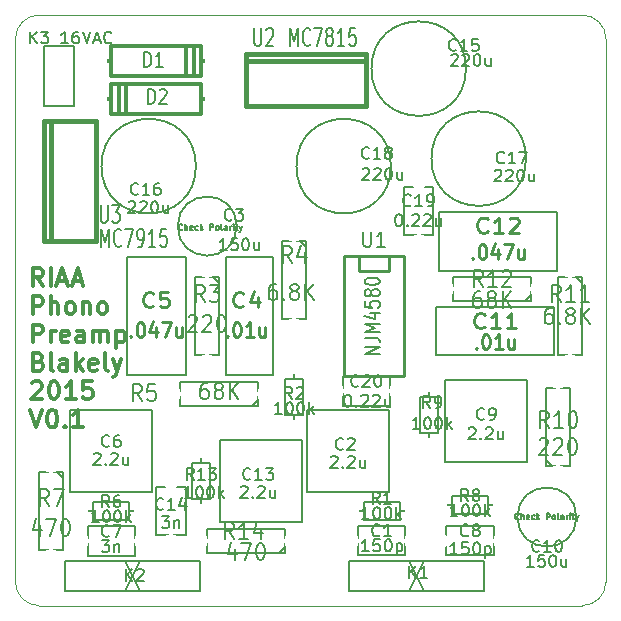
<source format=gto>
G04 (created by PCBNEW (2013-07-07 BZR 4022)-stable) date 1/7/2015 9:26:39 PM*
%MOIN*%
G04 Gerber Fmt 3.4, Leading zero omitted, Abs format*
%FSLAX34Y34*%
G01*
G70*
G90*
G04 APERTURE LIST*
%ADD10C,0.00590551*%
%ADD11C,0.005*%
%ADD12C,0.00393701*%
%ADD13C,0.011811*%
%ADD14C,0.015*%
%ADD15C,0.01*%
%ADD16C,0.012*%
%ADD17C,0.008*%
%ADD18C,0.0493071*%
%ADD19C,0.076*%
%ADD20R,0.076X0.076*%
%ADD21R,0.061X0.061*%
%ADD22C,0.061*%
%ADD23R,0.0493071X0.0493071*%
G04 APERTURE END LIST*
G54D10*
G54D11*
X5562Y-7148D02*
X5553Y-7158D01*
X5524Y-7167D01*
X5505Y-7167D01*
X5477Y-7158D01*
X5457Y-7138D01*
X5448Y-7119D01*
X5438Y-7081D01*
X5438Y-7053D01*
X5448Y-7015D01*
X5457Y-6996D01*
X5477Y-6977D01*
X5505Y-6967D01*
X5524Y-6967D01*
X5553Y-6977D01*
X5562Y-6986D01*
X5648Y-7167D02*
X5648Y-6967D01*
X5734Y-7167D02*
X5734Y-7062D01*
X5724Y-7043D01*
X5705Y-7034D01*
X5677Y-7034D01*
X5657Y-7043D01*
X5648Y-7053D01*
X5905Y-7158D02*
X5886Y-7167D01*
X5848Y-7167D01*
X5829Y-7158D01*
X5819Y-7138D01*
X5819Y-7062D01*
X5829Y-7043D01*
X5848Y-7034D01*
X5886Y-7034D01*
X5905Y-7043D01*
X5915Y-7062D01*
X5915Y-7081D01*
X5819Y-7100D01*
X6086Y-7158D02*
X6067Y-7167D01*
X6029Y-7167D01*
X6010Y-7158D01*
X6000Y-7148D01*
X5991Y-7129D01*
X5991Y-7072D01*
X6000Y-7053D01*
X6010Y-7043D01*
X6029Y-7034D01*
X6067Y-7034D01*
X6086Y-7043D01*
X6172Y-7167D02*
X6172Y-6967D01*
X6191Y-7091D02*
X6248Y-7167D01*
X6248Y-7034D02*
X6172Y-7110D01*
X6486Y-7167D02*
X6486Y-6967D01*
X6562Y-6967D01*
X6581Y-6977D01*
X6591Y-6986D01*
X6600Y-7005D01*
X6600Y-7034D01*
X6591Y-7053D01*
X6581Y-7062D01*
X6562Y-7072D01*
X6486Y-7072D01*
X6715Y-7167D02*
X6696Y-7158D01*
X6686Y-7148D01*
X6677Y-7129D01*
X6677Y-7072D01*
X6686Y-7053D01*
X6696Y-7043D01*
X6715Y-7034D01*
X6743Y-7034D01*
X6762Y-7043D01*
X6772Y-7053D01*
X6781Y-7072D01*
X6781Y-7129D01*
X6772Y-7148D01*
X6762Y-7158D01*
X6743Y-7167D01*
X6715Y-7167D01*
X6896Y-7167D02*
X6877Y-7158D01*
X6867Y-7138D01*
X6867Y-6967D01*
X7057Y-7167D02*
X7057Y-7062D01*
X7048Y-7043D01*
X7029Y-7034D01*
X6991Y-7034D01*
X6972Y-7043D01*
X7057Y-7158D02*
X7038Y-7167D01*
X6991Y-7167D01*
X6972Y-7158D01*
X6962Y-7138D01*
X6962Y-7119D01*
X6972Y-7100D01*
X6991Y-7091D01*
X7038Y-7091D01*
X7057Y-7081D01*
X7153Y-7167D02*
X7153Y-7034D01*
X7153Y-7072D02*
X7162Y-7053D01*
X7172Y-7043D01*
X7191Y-7034D01*
X7210Y-7034D01*
X7277Y-7167D02*
X7277Y-7034D01*
X7277Y-6967D02*
X7267Y-6977D01*
X7277Y-6986D01*
X7286Y-6977D01*
X7277Y-6967D01*
X7277Y-6986D01*
X7343Y-7034D02*
X7419Y-7034D01*
X7372Y-6967D02*
X7372Y-7138D01*
X7381Y-7158D01*
X7400Y-7167D01*
X7419Y-7167D01*
X7467Y-7034D02*
X7515Y-7167D01*
X7562Y-7034D02*
X7515Y-7167D01*
X7496Y-7215D01*
X7486Y-7224D01*
X7467Y-7234D01*
X16783Y-16794D02*
X16773Y-16803D01*
X16745Y-16813D01*
X16726Y-16813D01*
X16697Y-16803D01*
X16678Y-16784D01*
X16668Y-16765D01*
X16659Y-16727D01*
X16659Y-16698D01*
X16668Y-16660D01*
X16678Y-16641D01*
X16697Y-16622D01*
X16726Y-16613D01*
X16745Y-16613D01*
X16773Y-16622D01*
X16783Y-16632D01*
X16868Y-16813D02*
X16868Y-16613D01*
X16954Y-16813D02*
X16954Y-16708D01*
X16945Y-16689D01*
X16926Y-16679D01*
X16897Y-16679D01*
X16878Y-16689D01*
X16868Y-16698D01*
X17126Y-16803D02*
X17107Y-16813D01*
X17068Y-16813D01*
X17049Y-16803D01*
X17040Y-16784D01*
X17040Y-16708D01*
X17049Y-16689D01*
X17068Y-16679D01*
X17107Y-16679D01*
X17126Y-16689D01*
X17135Y-16708D01*
X17135Y-16727D01*
X17040Y-16746D01*
X17307Y-16803D02*
X17287Y-16813D01*
X17249Y-16813D01*
X17230Y-16803D01*
X17221Y-16794D01*
X17211Y-16775D01*
X17211Y-16717D01*
X17221Y-16698D01*
X17230Y-16689D01*
X17249Y-16679D01*
X17287Y-16679D01*
X17307Y-16689D01*
X17392Y-16813D02*
X17392Y-16613D01*
X17411Y-16737D02*
X17468Y-16813D01*
X17468Y-16679D02*
X17392Y-16756D01*
X17707Y-16813D02*
X17707Y-16613D01*
X17783Y-16613D01*
X17802Y-16622D01*
X17811Y-16632D01*
X17821Y-16651D01*
X17821Y-16679D01*
X17811Y-16698D01*
X17802Y-16708D01*
X17783Y-16717D01*
X17707Y-16717D01*
X17935Y-16813D02*
X17916Y-16803D01*
X17907Y-16794D01*
X17897Y-16775D01*
X17897Y-16717D01*
X17907Y-16698D01*
X17916Y-16689D01*
X17935Y-16679D01*
X17964Y-16679D01*
X17983Y-16689D01*
X17992Y-16698D01*
X18002Y-16717D01*
X18002Y-16775D01*
X17992Y-16794D01*
X17983Y-16803D01*
X17964Y-16813D01*
X17935Y-16813D01*
X18116Y-16813D02*
X18097Y-16803D01*
X18087Y-16784D01*
X18087Y-16613D01*
X18278Y-16813D02*
X18278Y-16708D01*
X18268Y-16689D01*
X18249Y-16679D01*
X18211Y-16679D01*
X18192Y-16689D01*
X18278Y-16803D02*
X18259Y-16813D01*
X18211Y-16813D01*
X18192Y-16803D01*
X18183Y-16784D01*
X18183Y-16765D01*
X18192Y-16746D01*
X18211Y-16737D01*
X18259Y-16737D01*
X18278Y-16727D01*
X18373Y-16813D02*
X18373Y-16679D01*
X18373Y-16717D02*
X18383Y-16698D01*
X18392Y-16689D01*
X18411Y-16679D01*
X18430Y-16679D01*
X18497Y-16813D02*
X18497Y-16679D01*
X18497Y-16613D02*
X18487Y-16622D01*
X18497Y-16632D01*
X18507Y-16622D01*
X18497Y-16613D01*
X18497Y-16632D01*
X18564Y-16679D02*
X18640Y-16679D01*
X18592Y-16613D02*
X18592Y-16784D01*
X18602Y-16803D01*
X18621Y-16813D01*
X18640Y-16813D01*
X18687Y-16679D02*
X18735Y-16813D01*
X18783Y-16679D02*
X18735Y-16813D01*
X18716Y-16860D01*
X18707Y-16870D01*
X18687Y-16879D01*
G54D12*
X19685Y-787D02*
G75*
G03X18897Y0I-787J0D01*
G74*
G01*
X0Y-18897D02*
G75*
G03X787Y-19685I787J0D01*
G74*
G01*
X18897Y-19685D02*
G75*
G03X19685Y-18897I0J787D01*
G74*
G01*
X787Y0D02*
X18897Y0D01*
X0Y-787D02*
X0Y-18897D01*
X787Y0D02*
G75*
G03X0Y-787I0J-787D01*
G74*
G01*
X787Y-19685D02*
X18897Y-19685D01*
X19685Y-787D02*
X19685Y-18897D01*
G54D13*
X920Y-9024D02*
X724Y-8743D01*
X583Y-9024D02*
X583Y-8433D01*
X808Y-8433D01*
X864Y-8462D01*
X892Y-8490D01*
X920Y-8546D01*
X920Y-8630D01*
X892Y-8687D01*
X864Y-8715D01*
X808Y-8743D01*
X583Y-8743D01*
X1174Y-9024D02*
X1174Y-8433D01*
X1427Y-8855D02*
X1708Y-8855D01*
X1370Y-9024D02*
X1567Y-8433D01*
X1764Y-9024D01*
X1933Y-8855D02*
X2214Y-8855D01*
X1877Y-9024D02*
X2073Y-8433D01*
X2270Y-9024D01*
X583Y-9969D02*
X583Y-9378D01*
X808Y-9378D01*
X864Y-9406D01*
X892Y-9435D01*
X920Y-9491D01*
X920Y-9575D01*
X892Y-9631D01*
X864Y-9660D01*
X808Y-9688D01*
X583Y-9688D01*
X1174Y-9969D02*
X1174Y-9378D01*
X1427Y-9969D02*
X1427Y-9660D01*
X1399Y-9603D01*
X1342Y-9575D01*
X1258Y-9575D01*
X1202Y-9603D01*
X1174Y-9631D01*
X1792Y-9969D02*
X1736Y-9941D01*
X1708Y-9913D01*
X1680Y-9856D01*
X1680Y-9688D01*
X1708Y-9631D01*
X1736Y-9603D01*
X1792Y-9575D01*
X1877Y-9575D01*
X1933Y-9603D01*
X1961Y-9631D01*
X1989Y-9688D01*
X1989Y-9856D01*
X1961Y-9913D01*
X1933Y-9941D01*
X1877Y-9969D01*
X1792Y-9969D01*
X2242Y-9575D02*
X2242Y-9969D01*
X2242Y-9631D02*
X2270Y-9603D01*
X2327Y-9575D01*
X2411Y-9575D01*
X2467Y-9603D01*
X2495Y-9660D01*
X2495Y-9969D01*
X2861Y-9969D02*
X2805Y-9941D01*
X2776Y-9913D01*
X2748Y-9856D01*
X2748Y-9688D01*
X2776Y-9631D01*
X2805Y-9603D01*
X2861Y-9575D01*
X2945Y-9575D01*
X3001Y-9603D01*
X3030Y-9631D01*
X3058Y-9688D01*
X3058Y-9856D01*
X3030Y-9913D01*
X3001Y-9941D01*
X2945Y-9969D01*
X2861Y-9969D01*
X583Y-10914D02*
X583Y-10323D01*
X808Y-10323D01*
X864Y-10351D01*
X892Y-10379D01*
X920Y-10436D01*
X920Y-10520D01*
X892Y-10576D01*
X864Y-10604D01*
X808Y-10633D01*
X583Y-10633D01*
X1174Y-10914D02*
X1174Y-10520D01*
X1174Y-10633D02*
X1202Y-10576D01*
X1230Y-10548D01*
X1286Y-10520D01*
X1342Y-10520D01*
X1764Y-10886D02*
X1708Y-10914D01*
X1595Y-10914D01*
X1539Y-10886D01*
X1511Y-10829D01*
X1511Y-10604D01*
X1539Y-10548D01*
X1595Y-10520D01*
X1708Y-10520D01*
X1764Y-10548D01*
X1792Y-10604D01*
X1792Y-10661D01*
X1511Y-10717D01*
X2298Y-10914D02*
X2298Y-10604D01*
X2270Y-10548D01*
X2214Y-10520D01*
X2102Y-10520D01*
X2045Y-10548D01*
X2298Y-10886D02*
X2242Y-10914D01*
X2102Y-10914D01*
X2045Y-10886D01*
X2017Y-10829D01*
X2017Y-10773D01*
X2045Y-10717D01*
X2102Y-10689D01*
X2242Y-10689D01*
X2298Y-10661D01*
X2580Y-10914D02*
X2580Y-10520D01*
X2580Y-10576D02*
X2608Y-10548D01*
X2664Y-10520D01*
X2748Y-10520D01*
X2805Y-10548D01*
X2833Y-10604D01*
X2833Y-10914D01*
X2833Y-10604D02*
X2861Y-10548D01*
X2917Y-10520D01*
X3001Y-10520D01*
X3058Y-10548D01*
X3086Y-10604D01*
X3086Y-10914D01*
X3367Y-10520D02*
X3367Y-11111D01*
X3367Y-10548D02*
X3423Y-10520D01*
X3536Y-10520D01*
X3592Y-10548D01*
X3620Y-10576D01*
X3648Y-10633D01*
X3648Y-10801D01*
X3620Y-10857D01*
X3592Y-10886D01*
X3536Y-10914D01*
X3423Y-10914D01*
X3367Y-10886D01*
X780Y-11549D02*
X864Y-11577D01*
X892Y-11606D01*
X920Y-11662D01*
X920Y-11746D01*
X892Y-11802D01*
X864Y-11830D01*
X808Y-11859D01*
X583Y-11859D01*
X583Y-11268D01*
X780Y-11268D01*
X836Y-11296D01*
X864Y-11324D01*
X892Y-11381D01*
X892Y-11437D01*
X864Y-11493D01*
X836Y-11521D01*
X780Y-11549D01*
X583Y-11549D01*
X1258Y-11859D02*
X1202Y-11830D01*
X1174Y-11774D01*
X1174Y-11268D01*
X1736Y-11859D02*
X1736Y-11549D01*
X1708Y-11493D01*
X1652Y-11465D01*
X1539Y-11465D01*
X1483Y-11493D01*
X1736Y-11830D02*
X1680Y-11859D01*
X1539Y-11859D01*
X1483Y-11830D01*
X1455Y-11774D01*
X1455Y-11718D01*
X1483Y-11662D01*
X1539Y-11634D01*
X1680Y-11634D01*
X1736Y-11606D01*
X2017Y-11859D02*
X2017Y-11268D01*
X2073Y-11634D02*
X2242Y-11859D01*
X2242Y-11465D02*
X2017Y-11690D01*
X2720Y-11830D02*
X2664Y-11859D01*
X2552Y-11859D01*
X2495Y-11830D01*
X2467Y-11774D01*
X2467Y-11549D01*
X2495Y-11493D01*
X2552Y-11465D01*
X2664Y-11465D01*
X2720Y-11493D01*
X2748Y-11549D01*
X2748Y-11606D01*
X2467Y-11662D01*
X3086Y-11859D02*
X3030Y-11830D01*
X3001Y-11774D01*
X3001Y-11268D01*
X3255Y-11465D02*
X3395Y-11859D01*
X3536Y-11465D02*
X3395Y-11859D01*
X3339Y-11999D01*
X3311Y-12027D01*
X3255Y-12055D01*
X555Y-12269D02*
X583Y-12241D01*
X639Y-12213D01*
X780Y-12213D01*
X836Y-12241D01*
X864Y-12269D01*
X892Y-12325D01*
X892Y-12382D01*
X864Y-12466D01*
X527Y-12803D01*
X892Y-12803D01*
X1258Y-12213D02*
X1314Y-12213D01*
X1370Y-12241D01*
X1399Y-12269D01*
X1427Y-12325D01*
X1455Y-12438D01*
X1455Y-12579D01*
X1427Y-12691D01*
X1399Y-12747D01*
X1370Y-12775D01*
X1314Y-12803D01*
X1258Y-12803D01*
X1202Y-12775D01*
X1174Y-12747D01*
X1145Y-12691D01*
X1117Y-12579D01*
X1117Y-12438D01*
X1145Y-12325D01*
X1174Y-12269D01*
X1202Y-12241D01*
X1258Y-12213D01*
X2017Y-12803D02*
X1680Y-12803D01*
X1848Y-12803D02*
X1848Y-12213D01*
X1792Y-12297D01*
X1736Y-12354D01*
X1680Y-12382D01*
X2552Y-12213D02*
X2270Y-12213D01*
X2242Y-12494D01*
X2270Y-12466D01*
X2327Y-12438D01*
X2467Y-12438D01*
X2523Y-12466D01*
X2552Y-12494D01*
X2580Y-12550D01*
X2580Y-12691D01*
X2552Y-12747D01*
X2523Y-12775D01*
X2467Y-12803D01*
X2327Y-12803D01*
X2270Y-12775D01*
X2242Y-12747D01*
X499Y-13158D02*
X696Y-13748D01*
X892Y-13158D01*
X1202Y-13158D02*
X1258Y-13158D01*
X1314Y-13186D01*
X1342Y-13214D01*
X1370Y-13270D01*
X1399Y-13383D01*
X1399Y-13523D01*
X1370Y-13636D01*
X1342Y-13692D01*
X1314Y-13720D01*
X1258Y-13748D01*
X1202Y-13748D01*
X1145Y-13720D01*
X1117Y-13692D01*
X1089Y-13636D01*
X1061Y-13523D01*
X1061Y-13383D01*
X1089Y-13270D01*
X1117Y-13214D01*
X1145Y-13186D01*
X1202Y-13158D01*
X1652Y-13692D02*
X1680Y-13720D01*
X1652Y-13748D01*
X1624Y-13720D01*
X1652Y-13692D01*
X1652Y-13748D01*
X2242Y-13748D02*
X1905Y-13748D01*
X2073Y-13748D02*
X2073Y-13158D01*
X2017Y-13242D01*
X1961Y-13298D01*
X1905Y-13327D01*
G54D10*
X8580Y-8066D02*
X7202Y-8066D01*
X7202Y-8066D02*
X7005Y-8066D01*
X7005Y-8066D02*
X7005Y-12003D01*
X7005Y-12003D02*
X8580Y-12003D01*
X8580Y-12003D02*
X8580Y-8066D01*
X9714Y-15913D02*
X12470Y-15913D01*
X12470Y-13157D02*
X9714Y-13157D01*
X12470Y-13157D02*
X12470Y-15913D01*
X9714Y-13157D02*
X9714Y-15913D01*
G54D14*
X7692Y-1535D02*
X7692Y-1285D01*
X7692Y-1285D02*
X11692Y-1285D01*
X11692Y-1285D02*
X11692Y-1535D01*
X7692Y-3035D02*
X7692Y-1535D01*
X7692Y-1535D02*
X11692Y-1535D01*
X11692Y-1535D02*
X11692Y-3035D01*
X11692Y-3035D02*
X7692Y-3035D01*
X1192Y-7535D02*
X942Y-7535D01*
X942Y-7535D02*
X942Y-3535D01*
X942Y-3535D02*
X1192Y-3535D01*
X2692Y-7535D02*
X1192Y-7535D01*
X1192Y-7535D02*
X1192Y-3535D01*
X1192Y-3535D02*
X2692Y-3535D01*
X2692Y-3535D02*
X2692Y-7535D01*
G54D15*
X12442Y-8035D02*
X12442Y-8535D01*
X12442Y-8535D02*
X11442Y-8535D01*
X11442Y-8535D02*
X11442Y-8035D01*
X12942Y-8035D02*
X12942Y-12035D01*
X12942Y-12035D02*
X10942Y-12035D01*
X10942Y-12035D02*
X10942Y-8035D01*
X10942Y-8035D02*
X12942Y-8035D01*
G54D16*
X6192Y-3285D02*
X3192Y-3285D01*
X3192Y-3285D02*
X3192Y-2285D01*
X3192Y-2285D02*
X6192Y-2285D01*
X6192Y-2285D02*
X6192Y-3285D01*
X3442Y-3285D02*
X3442Y-2285D01*
X3692Y-2285D02*
X3692Y-3285D01*
X6192Y-2785D02*
X6692Y-2785D01*
X3192Y-2785D02*
X2692Y-2785D01*
X3192Y-1035D02*
X6192Y-1035D01*
X6192Y-1035D02*
X6192Y-2035D01*
X6192Y-2035D02*
X3192Y-2035D01*
X3192Y-2035D02*
X3192Y-1035D01*
X5942Y-1035D02*
X5942Y-2035D01*
X5692Y-2035D02*
X5692Y-1035D01*
X3192Y-1535D02*
X2692Y-1535D01*
X6192Y-1535D02*
X6692Y-1535D01*
G54D10*
X13114Y-18200D02*
X13614Y-19200D01*
X13114Y-19200D02*
X13614Y-18200D01*
X15614Y-19200D02*
X11114Y-19200D01*
X11114Y-18200D02*
X15614Y-18200D01*
X15614Y-18200D02*
X15614Y-19200D01*
X11114Y-19200D02*
X11114Y-18200D01*
X3665Y-18200D02*
X4165Y-19200D01*
X3665Y-19200D02*
X4165Y-18200D01*
X6165Y-19200D02*
X1665Y-19200D01*
X1665Y-18200D02*
X6165Y-18200D01*
X6165Y-18200D02*
X6165Y-19200D01*
X1665Y-19200D02*
X1665Y-18200D01*
X1942Y-1035D02*
X1942Y-3035D01*
X1942Y-3035D02*
X942Y-3035D01*
X942Y-3035D02*
X942Y-1035D01*
X942Y-1035D02*
X1942Y-1035D01*
X6017Y-5035D02*
G75*
G03X6017Y-5035I-1574J0D01*
G74*
G01*
X15017Y-1785D02*
G75*
G03X15017Y-1785I-1574J0D01*
G74*
G01*
X11604Y-16535D02*
X11204Y-16535D01*
X12804Y-16535D02*
X12804Y-16835D01*
X12804Y-16835D02*
X11604Y-16835D01*
X11604Y-16835D02*
X11604Y-16235D01*
X11604Y-16235D02*
X12804Y-16235D01*
X12804Y-16235D02*
X12804Y-16535D01*
X12804Y-16535D02*
X13204Y-16535D01*
X6192Y-16135D02*
X6192Y-16535D01*
X6192Y-14935D02*
X6492Y-14935D01*
X6492Y-14935D02*
X6492Y-16135D01*
X6492Y-16135D02*
X5892Y-16135D01*
X5892Y-16135D02*
X5892Y-14935D01*
X5892Y-14935D02*
X6192Y-14935D01*
X6192Y-14935D02*
X6192Y-14535D01*
X2592Y-16535D02*
X2192Y-16535D01*
X3792Y-16535D02*
X3792Y-16835D01*
X3792Y-16835D02*
X2592Y-16835D01*
X2592Y-16835D02*
X2592Y-16235D01*
X2592Y-16235D02*
X3792Y-16235D01*
X3792Y-16235D02*
X3792Y-16535D01*
X3792Y-16535D02*
X4192Y-16535D01*
X14557Y-16338D02*
X14157Y-16338D01*
X15757Y-16338D02*
X15757Y-16638D01*
X15757Y-16638D02*
X14557Y-16638D01*
X14557Y-16638D02*
X14557Y-16038D01*
X14557Y-16038D02*
X15757Y-16038D01*
X15757Y-16038D02*
X15757Y-16338D01*
X15757Y-16338D02*
X16157Y-16338D01*
X13792Y-12735D02*
X13792Y-12335D01*
X13792Y-13935D02*
X13492Y-13935D01*
X13492Y-13935D02*
X13492Y-12735D01*
X13492Y-12735D02*
X14092Y-12735D01*
X14092Y-12735D02*
X14092Y-13935D01*
X14092Y-13935D02*
X13792Y-13935D01*
X13792Y-13935D02*
X13792Y-14335D01*
X9292Y-12135D02*
X9292Y-11735D01*
X9292Y-13335D02*
X8992Y-13335D01*
X8992Y-13335D02*
X8992Y-12135D01*
X8992Y-12135D02*
X9592Y-12135D01*
X9592Y-12135D02*
X9592Y-13335D01*
X9592Y-13335D02*
X9292Y-13335D01*
X9292Y-13335D02*
X9292Y-13735D01*
X11417Y-18011D02*
X11417Y-17027D01*
X12992Y-17027D02*
X12992Y-18011D01*
X11417Y-17519D02*
X11220Y-17519D01*
X12992Y-17519D02*
X13188Y-17519D01*
X11417Y-17027D02*
X12992Y-17027D01*
X12992Y-18011D02*
X11417Y-18011D01*
X2405Y-18027D02*
X2405Y-17043D01*
X3980Y-17043D02*
X3980Y-18027D01*
X2405Y-17535D02*
X2208Y-17535D01*
X3980Y-17535D02*
X4177Y-17535D01*
X2405Y-17043D02*
X3980Y-17043D01*
X3980Y-18027D02*
X2405Y-18027D01*
G54D17*
X9192Y-17535D02*
X8992Y-17535D01*
X6192Y-17535D02*
X6392Y-17535D01*
X6392Y-17535D02*
X6392Y-17935D01*
X6392Y-17935D02*
X8992Y-17935D01*
X8992Y-17935D02*
X8992Y-17135D01*
X8992Y-17135D02*
X6392Y-17135D01*
X6392Y-17135D02*
X6392Y-17535D01*
X8992Y-17735D02*
X8792Y-17935D01*
X8292Y-12635D02*
X8092Y-12635D01*
X5292Y-12635D02*
X5492Y-12635D01*
X5492Y-12635D02*
X5492Y-13035D01*
X5492Y-13035D02*
X8092Y-13035D01*
X8092Y-13035D02*
X8092Y-12235D01*
X8092Y-12235D02*
X5492Y-12235D01*
X5492Y-12235D02*
X5492Y-12635D01*
X8092Y-12835D02*
X7892Y-13035D01*
X17392Y-9135D02*
X17192Y-9135D01*
X14392Y-9135D02*
X14592Y-9135D01*
X14592Y-9135D02*
X14592Y-9535D01*
X14592Y-9535D02*
X17192Y-9535D01*
X17192Y-9535D02*
X17192Y-8735D01*
X17192Y-8735D02*
X14592Y-8735D01*
X14592Y-8735D02*
X14592Y-9135D01*
X17192Y-9335D02*
X16992Y-9535D01*
X18492Y-8535D02*
X18492Y-8735D01*
X18492Y-11535D02*
X18492Y-11335D01*
X18492Y-11335D02*
X18892Y-11335D01*
X18892Y-11335D02*
X18892Y-8735D01*
X18892Y-8735D02*
X18092Y-8735D01*
X18092Y-8735D02*
X18092Y-11335D01*
X18092Y-11335D02*
X18492Y-11335D01*
X18692Y-8735D02*
X18892Y-8935D01*
X18092Y-15235D02*
X18092Y-15035D01*
X18092Y-12235D02*
X18092Y-12435D01*
X18092Y-12435D02*
X17692Y-12435D01*
X17692Y-12435D02*
X17692Y-15035D01*
X17692Y-15035D02*
X18492Y-15035D01*
X18492Y-15035D02*
X18492Y-12435D01*
X18492Y-12435D02*
X18092Y-12435D01*
X17892Y-15035D02*
X17692Y-14835D01*
X9292Y-7335D02*
X9292Y-7535D01*
X9292Y-10335D02*
X9292Y-10135D01*
X9292Y-10135D02*
X9692Y-10135D01*
X9692Y-10135D02*
X9692Y-7535D01*
X9692Y-7535D02*
X8892Y-7535D01*
X8892Y-7535D02*
X8892Y-10135D01*
X8892Y-10135D02*
X9292Y-10135D01*
X9492Y-7535D02*
X9692Y-7735D01*
X1192Y-15035D02*
X1192Y-15235D01*
X1192Y-18035D02*
X1192Y-17835D01*
X1192Y-17835D02*
X1592Y-17835D01*
X1592Y-17835D02*
X1592Y-15235D01*
X1592Y-15235D02*
X792Y-15235D01*
X792Y-15235D02*
X792Y-17835D01*
X792Y-17835D02*
X1192Y-17835D01*
X1392Y-15235D02*
X1592Y-15435D01*
X6392Y-8535D02*
X6392Y-8735D01*
X6392Y-11535D02*
X6392Y-11335D01*
X6392Y-11335D02*
X6792Y-11335D01*
X6792Y-11335D02*
X6792Y-8735D01*
X6792Y-8735D02*
X5992Y-8735D01*
X5992Y-8735D02*
X5992Y-11335D01*
X5992Y-11335D02*
X6392Y-11335D01*
X6592Y-8735D02*
X6792Y-8935D01*
G54D10*
X5685Y-17322D02*
X4700Y-17322D01*
X4700Y-15748D02*
X5685Y-15748D01*
X5192Y-17322D02*
X5192Y-17519D01*
X5192Y-15748D02*
X5192Y-15551D01*
X4700Y-17322D02*
X4700Y-15748D01*
X5685Y-15748D02*
X5685Y-17322D01*
X9570Y-14157D02*
X6814Y-14157D01*
X6814Y-16913D02*
X9570Y-16913D01*
X6814Y-16913D02*
X6814Y-14157D01*
X9570Y-16913D02*
X9570Y-14157D01*
X4570Y-13157D02*
X1814Y-13157D01*
X1814Y-15913D02*
X4570Y-15913D01*
X1814Y-15913D02*
X1814Y-13157D01*
X4570Y-15913D02*
X4570Y-13157D01*
X14370Y-18011D02*
X14370Y-17027D01*
X15944Y-17027D02*
X15944Y-18011D01*
X14370Y-17519D02*
X14173Y-17519D01*
X15944Y-17519D02*
X16141Y-17519D01*
X14370Y-17027D02*
X15944Y-17027D01*
X15944Y-18011D02*
X14370Y-18011D01*
X14314Y-14913D02*
X17070Y-14913D01*
X17070Y-12157D02*
X14314Y-12157D01*
X17070Y-12157D02*
X17070Y-14913D01*
X14314Y-12157D02*
X14314Y-14913D01*
X13935Y-7322D02*
X12950Y-7322D01*
X12950Y-5748D02*
X13935Y-5748D01*
X13442Y-7322D02*
X13442Y-7519D01*
X13442Y-5748D02*
X13442Y-5551D01*
X12950Y-7322D02*
X12950Y-5748D01*
X13935Y-5748D02*
X13935Y-7322D01*
X12480Y-12043D02*
X12480Y-13027D01*
X10905Y-13027D02*
X10905Y-12043D01*
X12480Y-12535D02*
X12677Y-12535D01*
X10905Y-12535D02*
X10708Y-12535D01*
X12480Y-13027D02*
X10905Y-13027D01*
X10905Y-12043D02*
X12480Y-12043D01*
X17017Y-4785D02*
G75*
G03X17017Y-4785I-1574J0D01*
G74*
G01*
X12517Y-5035D02*
G75*
G03X12517Y-5035I-1574J0D01*
G74*
G01*
X7377Y-7035D02*
G75*
G03X7377Y-7035I-984J0D01*
G74*
G01*
X18700Y-16732D02*
G75*
G03X18700Y-16732I-984J0D01*
G74*
G01*
X14124Y-8519D02*
X14124Y-6551D01*
X18061Y-8519D02*
X18061Y-6551D01*
X18061Y-6551D02*
X14124Y-6551D01*
X14124Y-8519D02*
X18061Y-8519D01*
X14024Y-9748D02*
X14024Y-11125D01*
X14024Y-11125D02*
X14024Y-11322D01*
X14024Y-11322D02*
X17961Y-11322D01*
X17961Y-11322D02*
X17961Y-9748D01*
X17961Y-9748D02*
X14024Y-9748D01*
X5677Y-12003D02*
X3708Y-12003D01*
X5677Y-8066D02*
X3708Y-8066D01*
X3708Y-8066D02*
X3708Y-12003D01*
X5677Y-12003D02*
X5677Y-8066D01*
G54D15*
X7601Y-9690D02*
X7575Y-9714D01*
X7496Y-9737D01*
X7444Y-9737D01*
X7365Y-9714D01*
X7313Y-9666D01*
X7286Y-9618D01*
X7260Y-9523D01*
X7260Y-9452D01*
X7286Y-9356D01*
X7313Y-9309D01*
X7365Y-9261D01*
X7444Y-9237D01*
X7496Y-9237D01*
X7575Y-9261D01*
X7601Y-9285D01*
X8072Y-9404D02*
X8072Y-9737D01*
X7941Y-9214D02*
X7810Y-9571D01*
X8151Y-9571D01*
X7060Y-10690D02*
X7082Y-10714D01*
X7060Y-10737D01*
X7039Y-10714D01*
X7060Y-10690D01*
X7060Y-10737D01*
X7360Y-10237D02*
X7403Y-10237D01*
X7446Y-10261D01*
X7467Y-10285D01*
X7489Y-10333D01*
X7510Y-10428D01*
X7510Y-10547D01*
X7489Y-10642D01*
X7467Y-10690D01*
X7446Y-10714D01*
X7403Y-10737D01*
X7360Y-10737D01*
X7317Y-10714D01*
X7296Y-10690D01*
X7275Y-10642D01*
X7253Y-10547D01*
X7253Y-10428D01*
X7275Y-10333D01*
X7296Y-10285D01*
X7317Y-10261D01*
X7360Y-10237D01*
X7939Y-10737D02*
X7682Y-10737D01*
X7810Y-10737D02*
X7810Y-10237D01*
X7767Y-10309D01*
X7725Y-10356D01*
X7682Y-10380D01*
X8325Y-10404D02*
X8325Y-10737D01*
X8132Y-10404D02*
X8132Y-10666D01*
X8153Y-10714D01*
X8196Y-10737D01*
X8260Y-10737D01*
X8303Y-10714D01*
X8325Y-10690D01*
G54D17*
X10926Y-14459D02*
X10907Y-14478D01*
X10850Y-14497D01*
X10811Y-14497D01*
X10754Y-14478D01*
X10716Y-14440D01*
X10697Y-14402D01*
X10678Y-14325D01*
X10678Y-14268D01*
X10697Y-14192D01*
X10716Y-14154D01*
X10754Y-14116D01*
X10811Y-14097D01*
X10850Y-14097D01*
X10907Y-14116D01*
X10926Y-14135D01*
X11078Y-14135D02*
X11097Y-14116D01*
X11135Y-14097D01*
X11231Y-14097D01*
X11269Y-14116D01*
X11288Y-14135D01*
X11307Y-14173D01*
X11307Y-14211D01*
X11288Y-14268D01*
X11059Y-14497D01*
X11307Y-14497D01*
X10511Y-14735D02*
X10531Y-14716D01*
X10569Y-14697D01*
X10664Y-14697D01*
X10702Y-14716D01*
X10721Y-14735D01*
X10740Y-14773D01*
X10740Y-14811D01*
X10721Y-14868D01*
X10492Y-15097D01*
X10740Y-15097D01*
X10911Y-15059D02*
X10931Y-15078D01*
X10911Y-15097D01*
X10892Y-15078D01*
X10911Y-15059D01*
X10911Y-15097D01*
X11083Y-14735D02*
X11102Y-14716D01*
X11140Y-14697D01*
X11235Y-14697D01*
X11273Y-14716D01*
X11292Y-14735D01*
X11311Y-14773D01*
X11311Y-14811D01*
X11292Y-14868D01*
X11064Y-15097D01*
X11311Y-15097D01*
X11654Y-14830D02*
X11654Y-15097D01*
X11483Y-14830D02*
X11483Y-15040D01*
X11502Y-15078D01*
X11540Y-15097D01*
X11597Y-15097D01*
X11635Y-15078D01*
X11654Y-15059D01*
X7962Y-430D02*
X7962Y-915D01*
X7982Y-973D01*
X8001Y-1001D01*
X8039Y-1030D01*
X8115Y-1030D01*
X8153Y-1001D01*
X8172Y-973D01*
X8191Y-915D01*
X8191Y-430D01*
X8362Y-487D02*
X8382Y-458D01*
X8420Y-430D01*
X8515Y-430D01*
X8553Y-458D01*
X8572Y-487D01*
X8591Y-544D01*
X8591Y-601D01*
X8572Y-687D01*
X8343Y-1030D01*
X8591Y-1030D01*
X9140Y-1030D02*
X9140Y-430D01*
X9274Y-858D01*
X9407Y-430D01*
X9407Y-1030D01*
X9826Y-973D02*
X9807Y-1001D01*
X9750Y-1030D01*
X9712Y-1030D01*
X9655Y-1001D01*
X9617Y-944D01*
X9598Y-887D01*
X9579Y-773D01*
X9579Y-687D01*
X9598Y-573D01*
X9617Y-515D01*
X9655Y-458D01*
X9712Y-430D01*
X9750Y-430D01*
X9807Y-458D01*
X9826Y-487D01*
X9960Y-430D02*
X10226Y-430D01*
X10055Y-1030D01*
X10436Y-687D02*
X10398Y-658D01*
X10379Y-630D01*
X10360Y-573D01*
X10360Y-544D01*
X10379Y-487D01*
X10398Y-458D01*
X10436Y-430D01*
X10512Y-430D01*
X10550Y-458D01*
X10569Y-487D01*
X10588Y-544D01*
X10588Y-573D01*
X10569Y-630D01*
X10550Y-658D01*
X10512Y-687D01*
X10436Y-687D01*
X10398Y-715D01*
X10379Y-744D01*
X10360Y-801D01*
X10360Y-915D01*
X10379Y-973D01*
X10398Y-1001D01*
X10436Y-1030D01*
X10512Y-1030D01*
X10550Y-1001D01*
X10569Y-973D01*
X10588Y-915D01*
X10588Y-801D01*
X10569Y-744D01*
X10550Y-715D01*
X10512Y-687D01*
X10969Y-1030D02*
X10740Y-1030D01*
X10855Y-1030D02*
X10855Y-430D01*
X10817Y-515D01*
X10779Y-573D01*
X10740Y-601D01*
X11331Y-430D02*
X11140Y-430D01*
X11121Y-715D01*
X11140Y-687D01*
X11179Y-658D01*
X11274Y-658D01*
X11312Y-687D01*
X11331Y-715D01*
X11350Y-773D01*
X11350Y-915D01*
X11331Y-973D01*
X11312Y-1001D01*
X11274Y-1030D01*
X11179Y-1030D01*
X11140Y-1001D01*
X11121Y-973D01*
X2844Y-6335D02*
X2844Y-6821D01*
X2863Y-6878D01*
X2882Y-6907D01*
X2921Y-6935D01*
X2997Y-6935D01*
X3035Y-6907D01*
X3054Y-6878D01*
X3073Y-6821D01*
X3073Y-6335D01*
X3225Y-6335D02*
X3473Y-6335D01*
X3340Y-6564D01*
X3397Y-6564D01*
X3435Y-6592D01*
X3454Y-6621D01*
X3473Y-6678D01*
X3473Y-6821D01*
X3454Y-6878D01*
X3435Y-6907D01*
X3397Y-6935D01*
X3282Y-6935D01*
X3244Y-6907D01*
X3225Y-6878D01*
X2841Y-7723D02*
X2841Y-7123D01*
X2975Y-7551D01*
X3108Y-7123D01*
X3108Y-7723D01*
X3527Y-7666D02*
X3508Y-7694D01*
X3451Y-7723D01*
X3413Y-7723D01*
X3356Y-7694D01*
X3317Y-7637D01*
X3298Y-7580D01*
X3279Y-7466D01*
X3279Y-7380D01*
X3298Y-7266D01*
X3317Y-7208D01*
X3356Y-7151D01*
X3413Y-7123D01*
X3451Y-7123D01*
X3508Y-7151D01*
X3527Y-7180D01*
X3660Y-7123D02*
X3927Y-7123D01*
X3756Y-7723D01*
X4098Y-7723D02*
X4175Y-7723D01*
X4213Y-7694D01*
X4232Y-7666D01*
X4270Y-7580D01*
X4289Y-7466D01*
X4289Y-7237D01*
X4270Y-7180D01*
X4251Y-7151D01*
X4213Y-7123D01*
X4137Y-7123D01*
X4098Y-7151D01*
X4079Y-7180D01*
X4060Y-7237D01*
X4060Y-7380D01*
X4079Y-7437D01*
X4098Y-7466D01*
X4137Y-7494D01*
X4213Y-7494D01*
X4251Y-7466D01*
X4270Y-7437D01*
X4289Y-7380D01*
X4670Y-7723D02*
X4441Y-7723D01*
X4556Y-7723D02*
X4556Y-7123D01*
X4517Y-7208D01*
X4479Y-7266D01*
X4441Y-7294D01*
X5032Y-7123D02*
X4841Y-7123D01*
X4822Y-7408D01*
X4841Y-7380D01*
X4879Y-7351D01*
X4975Y-7351D01*
X5013Y-7380D01*
X5032Y-7408D01*
X5051Y-7466D01*
X5051Y-7608D01*
X5032Y-7666D01*
X5013Y-7694D01*
X4975Y-7723D01*
X4879Y-7723D01*
X4841Y-7694D01*
X4822Y-7666D01*
X11600Y-7237D02*
X11600Y-7642D01*
X11621Y-7690D01*
X11642Y-7714D01*
X11685Y-7737D01*
X11771Y-7737D01*
X11814Y-7714D01*
X11835Y-7690D01*
X11857Y-7642D01*
X11857Y-7237D01*
X12307Y-7737D02*
X12050Y-7737D01*
X12178Y-7737D02*
X12178Y-7237D01*
X12135Y-7309D01*
X12092Y-7356D01*
X12050Y-7380D01*
X12145Y-11292D02*
X11645Y-11292D01*
X12145Y-11064D01*
X11645Y-11064D01*
X11645Y-10759D02*
X12002Y-10759D01*
X12073Y-10778D01*
X12121Y-10816D01*
X12145Y-10873D01*
X12145Y-10911D01*
X12145Y-10568D02*
X11645Y-10568D01*
X12002Y-10435D01*
X11645Y-10302D01*
X12145Y-10302D01*
X11811Y-9940D02*
X12145Y-9940D01*
X11621Y-10035D02*
X11978Y-10130D01*
X11978Y-9883D01*
X11645Y-9540D02*
X11645Y-9730D01*
X11883Y-9749D01*
X11859Y-9730D01*
X11835Y-9692D01*
X11835Y-9597D01*
X11859Y-9559D01*
X11883Y-9540D01*
X11931Y-9521D01*
X12050Y-9521D01*
X12097Y-9540D01*
X12121Y-9559D01*
X12145Y-9597D01*
X12145Y-9692D01*
X12121Y-9730D01*
X12097Y-9749D01*
X11859Y-9292D02*
X11835Y-9330D01*
X11811Y-9349D01*
X11764Y-9368D01*
X11740Y-9368D01*
X11692Y-9349D01*
X11669Y-9330D01*
X11645Y-9292D01*
X11645Y-9216D01*
X11669Y-9178D01*
X11692Y-9159D01*
X11740Y-9140D01*
X11764Y-9140D01*
X11811Y-9159D01*
X11835Y-9178D01*
X11859Y-9216D01*
X11859Y-9292D01*
X11883Y-9330D01*
X11907Y-9349D01*
X11954Y-9368D01*
X12050Y-9368D01*
X12097Y-9349D01*
X12121Y-9330D01*
X12145Y-9292D01*
X12145Y-9216D01*
X12121Y-9178D01*
X12097Y-9159D01*
X12050Y-9140D01*
X11954Y-9140D01*
X11907Y-9159D01*
X11883Y-9178D01*
X11859Y-9216D01*
X11645Y-8892D02*
X11645Y-8854D01*
X11669Y-8816D01*
X11692Y-8797D01*
X11740Y-8778D01*
X11835Y-8759D01*
X11954Y-8759D01*
X12050Y-8778D01*
X12097Y-8797D01*
X12121Y-8816D01*
X12145Y-8854D01*
X12145Y-8892D01*
X12121Y-8930D01*
X12097Y-8949D01*
X12050Y-8968D01*
X11954Y-8987D01*
X11835Y-8987D01*
X11740Y-8968D01*
X11692Y-8949D01*
X11669Y-8930D01*
X11645Y-8892D01*
X4429Y-2958D02*
X4429Y-2458D01*
X4524Y-2458D01*
X4581Y-2482D01*
X4619Y-2529D01*
X4638Y-2577D01*
X4657Y-2672D01*
X4657Y-2744D01*
X4638Y-2839D01*
X4619Y-2886D01*
X4581Y-2934D01*
X4524Y-2958D01*
X4429Y-2958D01*
X4810Y-2505D02*
X4829Y-2482D01*
X4867Y-2458D01*
X4962Y-2458D01*
X5000Y-2482D01*
X5019Y-2505D01*
X5038Y-2553D01*
X5038Y-2601D01*
X5019Y-2672D01*
X4791Y-2958D01*
X5038Y-2958D01*
X4297Y-1737D02*
X4297Y-1237D01*
X4392Y-1237D01*
X4450Y-1261D01*
X4488Y-1309D01*
X4507Y-1356D01*
X4526Y-1452D01*
X4526Y-1523D01*
X4507Y-1618D01*
X4488Y-1666D01*
X4450Y-1714D01*
X4392Y-1737D01*
X4297Y-1737D01*
X4907Y-1737D02*
X4678Y-1737D01*
X4792Y-1737D02*
X4792Y-1237D01*
X4754Y-1309D01*
X4716Y-1356D01*
X4678Y-1380D01*
G54D10*
X13123Y-18760D02*
X13123Y-18366D01*
X13348Y-18760D02*
X13179Y-18535D01*
X13348Y-18366D02*
X13123Y-18591D01*
X13723Y-18760D02*
X13498Y-18760D01*
X13611Y-18760D02*
X13611Y-18366D01*
X13573Y-18422D01*
X13536Y-18460D01*
X13498Y-18478D01*
X3674Y-18860D02*
X3674Y-18466D01*
X3899Y-18860D02*
X3731Y-18635D01*
X3899Y-18466D02*
X3674Y-18691D01*
X4049Y-18503D02*
X4068Y-18485D01*
X4105Y-18466D01*
X4199Y-18466D01*
X4237Y-18485D01*
X4255Y-18503D01*
X4274Y-18541D01*
X4274Y-18578D01*
X4255Y-18635D01*
X4030Y-18860D01*
X4274Y-18860D01*
X496Y-946D02*
X496Y-553D01*
X721Y-946D02*
X553Y-721D01*
X721Y-553D02*
X496Y-778D01*
X853Y-553D02*
X1096Y-553D01*
X965Y-703D01*
X1021Y-703D01*
X1059Y-721D01*
X1077Y-740D01*
X1096Y-778D01*
X1096Y-871D01*
X1077Y-909D01*
X1059Y-928D01*
X1021Y-946D01*
X909Y-946D01*
X871Y-928D01*
X853Y-909D01*
X1752Y-946D02*
X1527Y-946D01*
X1640Y-946D02*
X1640Y-553D01*
X1602Y-609D01*
X1565Y-646D01*
X1527Y-665D01*
X2090Y-553D02*
X2015Y-553D01*
X1977Y-571D01*
X1959Y-590D01*
X1921Y-646D01*
X1902Y-721D01*
X1902Y-871D01*
X1921Y-909D01*
X1940Y-928D01*
X1977Y-946D01*
X2052Y-946D01*
X2090Y-928D01*
X2109Y-909D01*
X2127Y-871D01*
X2127Y-778D01*
X2109Y-740D01*
X2090Y-721D01*
X2052Y-703D01*
X1977Y-703D01*
X1940Y-721D01*
X1921Y-740D01*
X1902Y-778D01*
X2240Y-553D02*
X2371Y-946D01*
X2502Y-553D01*
X2615Y-834D02*
X2802Y-834D01*
X2577Y-946D02*
X2709Y-553D01*
X2840Y-946D01*
X3196Y-909D02*
X3177Y-928D01*
X3121Y-946D01*
X3083Y-946D01*
X3027Y-928D01*
X2990Y-890D01*
X2971Y-853D01*
X2952Y-778D01*
X2952Y-721D01*
X2971Y-646D01*
X2990Y-609D01*
X3027Y-571D01*
X3083Y-553D01*
X3121Y-553D01*
X3177Y-571D01*
X3196Y-590D01*
X4089Y-5957D02*
X4071Y-5976D01*
X4014Y-5994D01*
X3977Y-5994D01*
X3921Y-5976D01*
X3883Y-5938D01*
X3864Y-5901D01*
X3846Y-5826D01*
X3846Y-5769D01*
X3864Y-5694D01*
X3883Y-5657D01*
X3921Y-5619D01*
X3977Y-5601D01*
X4014Y-5601D01*
X4071Y-5619D01*
X4089Y-5638D01*
X4464Y-5994D02*
X4239Y-5994D01*
X4352Y-5994D02*
X4352Y-5601D01*
X4314Y-5657D01*
X4277Y-5694D01*
X4239Y-5713D01*
X4802Y-5601D02*
X4727Y-5601D01*
X4689Y-5619D01*
X4670Y-5638D01*
X4633Y-5694D01*
X4614Y-5769D01*
X4614Y-5919D01*
X4633Y-5957D01*
X4652Y-5976D01*
X4689Y-5994D01*
X4764Y-5994D01*
X4802Y-5976D01*
X4820Y-5957D01*
X4839Y-5919D01*
X4839Y-5826D01*
X4820Y-5788D01*
X4802Y-5769D01*
X4764Y-5751D01*
X4689Y-5751D01*
X4652Y-5769D01*
X4633Y-5788D01*
X4614Y-5826D01*
X3777Y-6238D02*
X3796Y-6219D01*
X3833Y-6201D01*
X3927Y-6201D01*
X3964Y-6219D01*
X3983Y-6238D01*
X4002Y-6276D01*
X4002Y-6313D01*
X3983Y-6369D01*
X3758Y-6594D01*
X4002Y-6594D01*
X4152Y-6238D02*
X4171Y-6219D01*
X4208Y-6201D01*
X4302Y-6201D01*
X4339Y-6219D01*
X4358Y-6238D01*
X4377Y-6276D01*
X4377Y-6313D01*
X4358Y-6369D01*
X4133Y-6594D01*
X4377Y-6594D01*
X4621Y-6201D02*
X4658Y-6201D01*
X4696Y-6219D01*
X4714Y-6238D01*
X4733Y-6276D01*
X4752Y-6351D01*
X4752Y-6444D01*
X4733Y-6519D01*
X4714Y-6557D01*
X4696Y-6576D01*
X4658Y-6594D01*
X4621Y-6594D01*
X4583Y-6576D01*
X4564Y-6557D01*
X4546Y-6519D01*
X4527Y-6444D01*
X4527Y-6351D01*
X4546Y-6276D01*
X4564Y-6238D01*
X4583Y-6219D01*
X4621Y-6201D01*
X5089Y-6332D02*
X5089Y-6594D01*
X4920Y-6332D02*
X4920Y-6538D01*
X4939Y-6576D01*
X4977Y-6594D01*
X5033Y-6594D01*
X5070Y-6576D01*
X5089Y-6557D01*
X14689Y-1157D02*
X14671Y-1176D01*
X14614Y-1194D01*
X14577Y-1194D01*
X14521Y-1176D01*
X14483Y-1138D01*
X14464Y-1101D01*
X14446Y-1026D01*
X14446Y-969D01*
X14464Y-894D01*
X14483Y-857D01*
X14521Y-819D01*
X14577Y-801D01*
X14614Y-801D01*
X14671Y-819D01*
X14689Y-838D01*
X15064Y-1194D02*
X14839Y-1194D01*
X14952Y-1194D02*
X14952Y-801D01*
X14914Y-857D01*
X14877Y-894D01*
X14839Y-913D01*
X15420Y-801D02*
X15233Y-801D01*
X15214Y-988D01*
X15233Y-969D01*
X15270Y-951D01*
X15364Y-951D01*
X15402Y-969D01*
X15420Y-988D01*
X15439Y-1026D01*
X15439Y-1119D01*
X15420Y-1157D01*
X15402Y-1176D01*
X15364Y-1194D01*
X15270Y-1194D01*
X15233Y-1176D01*
X15214Y-1157D01*
X14527Y-1338D02*
X14546Y-1319D01*
X14583Y-1301D01*
X14677Y-1301D01*
X14714Y-1319D01*
X14733Y-1338D01*
X14752Y-1376D01*
X14752Y-1413D01*
X14733Y-1469D01*
X14508Y-1694D01*
X14752Y-1694D01*
X14902Y-1338D02*
X14921Y-1319D01*
X14958Y-1301D01*
X15052Y-1301D01*
X15089Y-1319D01*
X15108Y-1338D01*
X15127Y-1376D01*
X15127Y-1413D01*
X15108Y-1469D01*
X14883Y-1694D01*
X15127Y-1694D01*
X15371Y-1301D02*
X15408Y-1301D01*
X15446Y-1319D01*
X15464Y-1338D01*
X15483Y-1376D01*
X15502Y-1451D01*
X15502Y-1544D01*
X15483Y-1619D01*
X15464Y-1657D01*
X15446Y-1676D01*
X15408Y-1694D01*
X15371Y-1694D01*
X15333Y-1676D01*
X15314Y-1657D01*
X15296Y-1619D01*
X15277Y-1544D01*
X15277Y-1451D01*
X15296Y-1376D01*
X15314Y-1338D01*
X15333Y-1319D01*
X15371Y-1301D01*
X15839Y-1432D02*
X15839Y-1694D01*
X15670Y-1432D02*
X15670Y-1638D01*
X15689Y-1676D01*
X15727Y-1694D01*
X15783Y-1694D01*
X15820Y-1676D01*
X15839Y-1657D01*
X12139Y-16294D02*
X12007Y-16107D01*
X11914Y-16294D02*
X11914Y-15901D01*
X12064Y-15901D01*
X12101Y-15919D01*
X12120Y-15938D01*
X12139Y-15976D01*
X12139Y-16032D01*
X12120Y-16069D01*
X12101Y-16088D01*
X12064Y-16107D01*
X11914Y-16107D01*
X12514Y-16294D02*
X12289Y-16294D01*
X12401Y-16294D02*
X12401Y-15901D01*
X12364Y-15957D01*
X12326Y-15994D01*
X12289Y-16013D01*
X11782Y-16794D02*
X11557Y-16794D01*
X11670Y-16794D02*
X11670Y-16401D01*
X11632Y-16457D01*
X11595Y-16494D01*
X11557Y-16513D01*
X12026Y-16401D02*
X12064Y-16401D01*
X12101Y-16419D01*
X12120Y-16438D01*
X12139Y-16476D01*
X12157Y-16551D01*
X12157Y-16644D01*
X12139Y-16719D01*
X12120Y-16757D01*
X12101Y-16776D01*
X12064Y-16794D01*
X12026Y-16794D01*
X11989Y-16776D01*
X11970Y-16757D01*
X11951Y-16719D01*
X11932Y-16644D01*
X11932Y-16551D01*
X11951Y-16476D01*
X11970Y-16438D01*
X11989Y-16419D01*
X12026Y-16401D01*
X12401Y-16401D02*
X12439Y-16401D01*
X12476Y-16419D01*
X12495Y-16438D01*
X12514Y-16476D01*
X12532Y-16551D01*
X12532Y-16644D01*
X12514Y-16719D01*
X12495Y-16757D01*
X12476Y-16776D01*
X12439Y-16794D01*
X12401Y-16794D01*
X12364Y-16776D01*
X12345Y-16757D01*
X12326Y-16719D01*
X12307Y-16644D01*
X12307Y-16551D01*
X12326Y-16476D01*
X12345Y-16438D01*
X12364Y-16419D01*
X12401Y-16401D01*
X12701Y-16794D02*
X12701Y-16401D01*
X12739Y-16644D02*
X12851Y-16794D01*
X12851Y-16532D02*
X12701Y-16682D01*
X5939Y-15494D02*
X5808Y-15307D01*
X5714Y-15494D02*
X5714Y-15101D01*
X5864Y-15101D01*
X5902Y-15119D01*
X5921Y-15138D01*
X5939Y-15176D01*
X5939Y-15232D01*
X5921Y-15269D01*
X5902Y-15288D01*
X5864Y-15307D01*
X5714Y-15307D01*
X6314Y-15494D02*
X6089Y-15494D01*
X6202Y-15494D02*
X6202Y-15101D01*
X6164Y-15157D01*
X6127Y-15194D01*
X6089Y-15213D01*
X6446Y-15101D02*
X6689Y-15101D01*
X6558Y-15251D01*
X6614Y-15251D01*
X6652Y-15269D01*
X6670Y-15288D01*
X6689Y-15326D01*
X6689Y-15419D01*
X6670Y-15457D01*
X6652Y-15476D01*
X6614Y-15494D01*
X6502Y-15494D01*
X6464Y-15476D01*
X6446Y-15457D01*
X5871Y-16094D02*
X5646Y-16094D01*
X5758Y-16094D02*
X5758Y-15701D01*
X5721Y-15757D01*
X5683Y-15794D01*
X5646Y-15813D01*
X6114Y-15701D02*
X6152Y-15701D01*
X6189Y-15719D01*
X6208Y-15738D01*
X6227Y-15776D01*
X6246Y-15851D01*
X6246Y-15944D01*
X6227Y-16019D01*
X6208Y-16057D01*
X6189Y-16076D01*
X6152Y-16094D01*
X6114Y-16094D01*
X6077Y-16076D01*
X6058Y-16057D01*
X6039Y-16019D01*
X6021Y-15944D01*
X6021Y-15851D01*
X6039Y-15776D01*
X6058Y-15738D01*
X6077Y-15719D01*
X6114Y-15701D01*
X6489Y-15701D02*
X6527Y-15701D01*
X6564Y-15719D01*
X6583Y-15738D01*
X6602Y-15776D01*
X6620Y-15851D01*
X6620Y-15944D01*
X6602Y-16019D01*
X6583Y-16057D01*
X6564Y-16076D01*
X6527Y-16094D01*
X6489Y-16094D01*
X6452Y-16076D01*
X6433Y-16057D01*
X6414Y-16019D01*
X6396Y-15944D01*
X6396Y-15851D01*
X6414Y-15776D01*
X6433Y-15738D01*
X6452Y-15719D01*
X6489Y-15701D01*
X6789Y-16094D02*
X6789Y-15701D01*
X6827Y-15944D02*
X6939Y-16094D01*
X6939Y-15832D02*
X6789Y-15982D01*
X3127Y-16394D02*
X2996Y-16207D01*
X2902Y-16394D02*
X2902Y-16001D01*
X3052Y-16001D01*
X3089Y-16019D01*
X3108Y-16038D01*
X3127Y-16076D01*
X3127Y-16132D01*
X3108Y-16169D01*
X3089Y-16188D01*
X3052Y-16207D01*
X2902Y-16207D01*
X3464Y-16001D02*
X3389Y-16001D01*
X3352Y-16019D01*
X3333Y-16038D01*
X3296Y-16094D01*
X3277Y-16169D01*
X3277Y-16319D01*
X3296Y-16357D01*
X3314Y-16376D01*
X3352Y-16394D01*
X3427Y-16394D01*
X3464Y-16376D01*
X3483Y-16357D01*
X3502Y-16319D01*
X3502Y-16226D01*
X3483Y-16188D01*
X3464Y-16169D01*
X3427Y-16151D01*
X3352Y-16151D01*
X3314Y-16169D01*
X3296Y-16188D01*
X3277Y-16226D01*
X2771Y-16894D02*
X2546Y-16894D01*
X2658Y-16894D02*
X2658Y-16501D01*
X2621Y-16557D01*
X2583Y-16594D01*
X2546Y-16613D01*
X3014Y-16501D02*
X3052Y-16501D01*
X3089Y-16519D01*
X3108Y-16538D01*
X3127Y-16576D01*
X3146Y-16651D01*
X3146Y-16744D01*
X3127Y-16819D01*
X3108Y-16857D01*
X3089Y-16876D01*
X3052Y-16894D01*
X3014Y-16894D01*
X2977Y-16876D01*
X2958Y-16857D01*
X2939Y-16819D01*
X2921Y-16744D01*
X2921Y-16651D01*
X2939Y-16576D01*
X2958Y-16538D01*
X2977Y-16519D01*
X3014Y-16501D01*
X3389Y-16501D02*
X3427Y-16501D01*
X3464Y-16519D01*
X3483Y-16538D01*
X3502Y-16576D01*
X3520Y-16651D01*
X3520Y-16744D01*
X3502Y-16819D01*
X3483Y-16857D01*
X3464Y-16876D01*
X3427Y-16894D01*
X3389Y-16894D01*
X3352Y-16876D01*
X3333Y-16857D01*
X3314Y-16819D01*
X3296Y-16744D01*
X3296Y-16651D01*
X3314Y-16576D01*
X3333Y-16538D01*
X3352Y-16519D01*
X3389Y-16501D01*
X3689Y-16894D02*
X3689Y-16501D01*
X3727Y-16744D02*
X3839Y-16894D01*
X3839Y-16632D02*
X3689Y-16782D01*
X15091Y-16197D02*
X14960Y-16010D01*
X14866Y-16197D02*
X14866Y-15804D01*
X15016Y-15804D01*
X15054Y-15822D01*
X15073Y-15841D01*
X15091Y-15879D01*
X15091Y-15935D01*
X15073Y-15972D01*
X15054Y-15991D01*
X15016Y-16010D01*
X14866Y-16010D01*
X15316Y-15972D02*
X15279Y-15954D01*
X15260Y-15935D01*
X15241Y-15897D01*
X15241Y-15879D01*
X15260Y-15841D01*
X15279Y-15822D01*
X15316Y-15804D01*
X15391Y-15804D01*
X15429Y-15822D01*
X15448Y-15841D01*
X15466Y-15879D01*
X15466Y-15897D01*
X15448Y-15935D01*
X15429Y-15954D01*
X15391Y-15972D01*
X15316Y-15972D01*
X15279Y-15991D01*
X15260Y-16010D01*
X15241Y-16047D01*
X15241Y-16122D01*
X15260Y-16160D01*
X15279Y-16179D01*
X15316Y-16197D01*
X15391Y-16197D01*
X15429Y-16179D01*
X15448Y-16160D01*
X15466Y-16122D01*
X15466Y-16047D01*
X15448Y-16010D01*
X15429Y-15991D01*
X15391Y-15972D01*
X14735Y-16697D02*
X14510Y-16697D01*
X14623Y-16697D02*
X14623Y-16304D01*
X14585Y-16360D01*
X14548Y-16397D01*
X14510Y-16416D01*
X14979Y-16304D02*
X15016Y-16304D01*
X15054Y-16322D01*
X15073Y-16341D01*
X15091Y-16379D01*
X15110Y-16454D01*
X15110Y-16547D01*
X15091Y-16622D01*
X15073Y-16660D01*
X15054Y-16679D01*
X15016Y-16697D01*
X14979Y-16697D01*
X14941Y-16679D01*
X14923Y-16660D01*
X14904Y-16622D01*
X14885Y-16547D01*
X14885Y-16454D01*
X14904Y-16379D01*
X14923Y-16341D01*
X14941Y-16322D01*
X14979Y-16304D01*
X15354Y-16304D02*
X15391Y-16304D01*
X15429Y-16322D01*
X15448Y-16341D01*
X15466Y-16379D01*
X15485Y-16454D01*
X15485Y-16547D01*
X15466Y-16622D01*
X15448Y-16660D01*
X15429Y-16679D01*
X15391Y-16697D01*
X15354Y-16697D01*
X15316Y-16679D01*
X15298Y-16660D01*
X15279Y-16622D01*
X15260Y-16547D01*
X15260Y-16454D01*
X15279Y-16379D01*
X15298Y-16341D01*
X15316Y-16322D01*
X15354Y-16304D01*
X15654Y-16697D02*
X15654Y-16304D01*
X15691Y-16547D02*
X15804Y-16697D01*
X15804Y-16435D02*
X15654Y-16585D01*
X13827Y-13094D02*
X13696Y-12907D01*
X13602Y-13094D02*
X13602Y-12701D01*
X13752Y-12701D01*
X13789Y-12719D01*
X13808Y-12738D01*
X13827Y-12776D01*
X13827Y-12832D01*
X13808Y-12869D01*
X13789Y-12888D01*
X13752Y-12907D01*
X13602Y-12907D01*
X14014Y-13094D02*
X14089Y-13094D01*
X14127Y-13076D01*
X14146Y-13057D01*
X14183Y-13001D01*
X14202Y-12926D01*
X14202Y-12776D01*
X14183Y-12738D01*
X14164Y-12719D01*
X14127Y-12701D01*
X14052Y-12701D01*
X14014Y-12719D01*
X13996Y-12738D01*
X13977Y-12776D01*
X13977Y-12869D01*
X13996Y-12907D01*
X14014Y-12926D01*
X14052Y-12944D01*
X14127Y-12944D01*
X14164Y-12926D01*
X14183Y-12907D01*
X14202Y-12869D01*
X13471Y-13794D02*
X13246Y-13794D01*
X13358Y-13794D02*
X13358Y-13401D01*
X13321Y-13457D01*
X13283Y-13494D01*
X13246Y-13513D01*
X13714Y-13401D02*
X13752Y-13401D01*
X13789Y-13419D01*
X13808Y-13438D01*
X13827Y-13476D01*
X13846Y-13551D01*
X13846Y-13644D01*
X13827Y-13719D01*
X13808Y-13757D01*
X13789Y-13776D01*
X13752Y-13794D01*
X13714Y-13794D01*
X13677Y-13776D01*
X13658Y-13757D01*
X13639Y-13719D01*
X13621Y-13644D01*
X13621Y-13551D01*
X13639Y-13476D01*
X13658Y-13438D01*
X13677Y-13419D01*
X13714Y-13401D01*
X14089Y-13401D02*
X14127Y-13401D01*
X14164Y-13419D01*
X14183Y-13438D01*
X14202Y-13476D01*
X14220Y-13551D01*
X14220Y-13644D01*
X14202Y-13719D01*
X14183Y-13757D01*
X14164Y-13776D01*
X14127Y-13794D01*
X14089Y-13794D01*
X14052Y-13776D01*
X14033Y-13757D01*
X14014Y-13719D01*
X13996Y-13644D01*
X13996Y-13551D01*
X14014Y-13476D01*
X14033Y-13438D01*
X14052Y-13419D01*
X14089Y-13401D01*
X14389Y-13794D02*
X14389Y-13401D01*
X14427Y-13644D02*
X14539Y-13794D01*
X14539Y-13532D02*
X14389Y-13682D01*
X9227Y-12794D02*
X9096Y-12607D01*
X9002Y-12794D02*
X9002Y-12401D01*
X9152Y-12401D01*
X9189Y-12419D01*
X9208Y-12438D01*
X9227Y-12476D01*
X9227Y-12532D01*
X9208Y-12569D01*
X9189Y-12588D01*
X9152Y-12607D01*
X9002Y-12607D01*
X9377Y-12438D02*
X9396Y-12419D01*
X9433Y-12401D01*
X9527Y-12401D01*
X9564Y-12419D01*
X9583Y-12438D01*
X9602Y-12476D01*
X9602Y-12513D01*
X9583Y-12569D01*
X9358Y-12794D01*
X9602Y-12794D01*
X8871Y-13294D02*
X8646Y-13294D01*
X8758Y-13294D02*
X8758Y-12901D01*
X8721Y-12957D01*
X8683Y-12994D01*
X8646Y-13013D01*
X9114Y-12901D02*
X9152Y-12901D01*
X9189Y-12919D01*
X9208Y-12938D01*
X9227Y-12976D01*
X9246Y-13051D01*
X9246Y-13144D01*
X9227Y-13219D01*
X9208Y-13257D01*
X9189Y-13276D01*
X9152Y-13294D01*
X9114Y-13294D01*
X9077Y-13276D01*
X9058Y-13257D01*
X9039Y-13219D01*
X9021Y-13144D01*
X9021Y-13051D01*
X9039Y-12976D01*
X9058Y-12938D01*
X9077Y-12919D01*
X9114Y-12901D01*
X9489Y-12901D02*
X9527Y-12901D01*
X9564Y-12919D01*
X9583Y-12938D01*
X9602Y-12976D01*
X9620Y-13051D01*
X9620Y-13144D01*
X9602Y-13219D01*
X9583Y-13257D01*
X9564Y-13276D01*
X9527Y-13294D01*
X9489Y-13294D01*
X9452Y-13276D01*
X9433Y-13257D01*
X9414Y-13219D01*
X9396Y-13144D01*
X9396Y-13051D01*
X9414Y-12976D01*
X9433Y-12938D01*
X9452Y-12919D01*
X9489Y-12901D01*
X9789Y-13294D02*
X9789Y-12901D01*
X9827Y-13144D02*
X9939Y-13294D01*
X9939Y-13032D02*
X9789Y-13182D01*
G54D17*
X12138Y-17343D02*
X12119Y-17362D01*
X12061Y-17381D01*
X12023Y-17381D01*
X11966Y-17362D01*
X11928Y-17324D01*
X11909Y-17286D01*
X11890Y-17210D01*
X11890Y-17153D01*
X11909Y-17076D01*
X11928Y-17038D01*
X11966Y-17000D01*
X12023Y-16981D01*
X12061Y-16981D01*
X12119Y-17000D01*
X12138Y-17019D01*
X12519Y-17381D02*
X12290Y-17381D01*
X12404Y-17381D02*
X12404Y-16981D01*
X12366Y-17038D01*
X12328Y-17076D01*
X12290Y-17095D01*
X11777Y-17881D02*
X11548Y-17881D01*
X11662Y-17881D02*
X11662Y-17481D01*
X11624Y-17538D01*
X11586Y-17576D01*
X11548Y-17595D01*
X12139Y-17481D02*
X11948Y-17481D01*
X11929Y-17672D01*
X11948Y-17653D01*
X11986Y-17633D01*
X12081Y-17633D01*
X12119Y-17653D01*
X12139Y-17672D01*
X12158Y-17710D01*
X12158Y-17805D01*
X12139Y-17843D01*
X12119Y-17862D01*
X12081Y-17881D01*
X11986Y-17881D01*
X11948Y-17862D01*
X11929Y-17843D01*
X12405Y-17481D02*
X12443Y-17481D01*
X12481Y-17500D01*
X12500Y-17519D01*
X12519Y-17557D01*
X12539Y-17633D01*
X12539Y-17729D01*
X12519Y-17805D01*
X12500Y-17843D01*
X12481Y-17862D01*
X12443Y-17881D01*
X12405Y-17881D01*
X12367Y-17862D01*
X12348Y-17843D01*
X12329Y-17805D01*
X12310Y-17729D01*
X12310Y-17633D01*
X12329Y-17557D01*
X12348Y-17519D01*
X12367Y-17500D01*
X12405Y-17481D01*
X12710Y-17614D02*
X12710Y-18014D01*
X12710Y-17633D02*
X12748Y-17614D01*
X12824Y-17614D01*
X12862Y-17633D01*
X12881Y-17653D01*
X12900Y-17691D01*
X12900Y-17805D01*
X12881Y-17843D01*
X12862Y-17862D01*
X12824Y-17881D01*
X12748Y-17881D01*
X12710Y-17862D01*
X3126Y-17359D02*
X3107Y-17378D01*
X3050Y-17397D01*
X3011Y-17397D01*
X2954Y-17378D01*
X2916Y-17340D01*
X2897Y-17302D01*
X2878Y-17225D01*
X2878Y-17168D01*
X2897Y-17092D01*
X2916Y-17054D01*
X2954Y-17016D01*
X3011Y-16997D01*
X3050Y-16997D01*
X3107Y-17016D01*
X3126Y-17035D01*
X3259Y-16997D02*
X3526Y-16997D01*
X3354Y-17397D01*
X2878Y-17497D02*
X3126Y-17497D01*
X2992Y-17649D01*
X3050Y-17649D01*
X3088Y-17668D01*
X3107Y-17687D01*
X3126Y-17725D01*
X3126Y-17821D01*
X3107Y-17859D01*
X3088Y-17878D01*
X3050Y-17897D01*
X2935Y-17897D01*
X2897Y-17878D01*
X2878Y-17859D01*
X3297Y-17630D02*
X3297Y-17897D01*
X3297Y-17668D02*
X3316Y-17649D01*
X3354Y-17630D01*
X3411Y-17630D01*
X3450Y-17649D01*
X3469Y-17687D01*
X3469Y-17897D01*
X7271Y-17458D02*
X7104Y-17196D01*
X6985Y-17458D02*
X6985Y-16908D01*
X7176Y-16908D01*
X7223Y-16934D01*
X7247Y-16960D01*
X7271Y-17012D01*
X7271Y-17091D01*
X7247Y-17143D01*
X7223Y-17169D01*
X7176Y-17196D01*
X6985Y-17196D01*
X7747Y-17458D02*
X7461Y-17458D01*
X7604Y-17458D02*
X7604Y-16908D01*
X7557Y-16986D01*
X7509Y-17039D01*
X7461Y-17065D01*
X8176Y-17091D02*
X8176Y-17458D01*
X8057Y-16881D02*
X7938Y-17274D01*
X8247Y-17274D01*
X7311Y-17791D02*
X7311Y-18158D01*
X7192Y-17581D02*
X7073Y-17974D01*
X7383Y-17974D01*
X7526Y-17608D02*
X7859Y-17608D01*
X7645Y-18158D01*
X8145Y-17608D02*
X8192Y-17608D01*
X8240Y-17634D01*
X8264Y-17660D01*
X8288Y-17712D01*
X8311Y-17817D01*
X8311Y-17948D01*
X8288Y-18053D01*
X8264Y-18105D01*
X8240Y-18131D01*
X8192Y-18158D01*
X8145Y-18158D01*
X8097Y-18131D01*
X8073Y-18105D01*
X8050Y-18053D01*
X8026Y-17948D01*
X8026Y-17817D01*
X8050Y-17712D01*
X8073Y-17660D01*
X8097Y-17634D01*
X8145Y-17608D01*
X4209Y-12858D02*
X4042Y-12596D01*
X3923Y-12858D02*
X3923Y-12308D01*
X4114Y-12308D01*
X4161Y-12334D01*
X4185Y-12360D01*
X4209Y-12412D01*
X4209Y-12491D01*
X4185Y-12543D01*
X4161Y-12569D01*
X4114Y-12596D01*
X3923Y-12596D01*
X4661Y-12308D02*
X4423Y-12308D01*
X4400Y-12569D01*
X4423Y-12543D01*
X4471Y-12517D01*
X4590Y-12517D01*
X4638Y-12543D01*
X4661Y-12569D01*
X4685Y-12622D01*
X4685Y-12753D01*
X4661Y-12805D01*
X4638Y-12831D01*
X4590Y-12858D01*
X4471Y-12858D01*
X4423Y-12831D01*
X4400Y-12805D01*
X6400Y-12258D02*
X6304Y-12258D01*
X6257Y-12284D01*
X6233Y-12310D01*
X6185Y-12389D01*
X6161Y-12493D01*
X6161Y-12703D01*
X6185Y-12755D01*
X6209Y-12781D01*
X6257Y-12808D01*
X6352Y-12808D01*
X6400Y-12781D01*
X6423Y-12755D01*
X6447Y-12703D01*
X6447Y-12572D01*
X6423Y-12519D01*
X6400Y-12493D01*
X6352Y-12467D01*
X6257Y-12467D01*
X6209Y-12493D01*
X6185Y-12519D01*
X6161Y-12572D01*
X6733Y-12493D02*
X6685Y-12467D01*
X6661Y-12441D01*
X6638Y-12389D01*
X6638Y-12362D01*
X6661Y-12310D01*
X6685Y-12284D01*
X6733Y-12258D01*
X6828Y-12258D01*
X6876Y-12284D01*
X6900Y-12310D01*
X6923Y-12362D01*
X6923Y-12389D01*
X6900Y-12441D01*
X6876Y-12467D01*
X6828Y-12493D01*
X6733Y-12493D01*
X6685Y-12519D01*
X6661Y-12546D01*
X6638Y-12598D01*
X6638Y-12703D01*
X6661Y-12755D01*
X6685Y-12781D01*
X6733Y-12808D01*
X6828Y-12808D01*
X6876Y-12781D01*
X6900Y-12755D01*
X6923Y-12703D01*
X6923Y-12598D01*
X6900Y-12546D01*
X6876Y-12519D01*
X6828Y-12493D01*
X7138Y-12808D02*
X7138Y-12258D01*
X7423Y-12808D02*
X7209Y-12493D01*
X7423Y-12258D02*
X7138Y-12572D01*
X15571Y-9058D02*
X15404Y-8796D01*
X15285Y-9058D02*
X15285Y-8508D01*
X15476Y-8508D01*
X15523Y-8534D01*
X15547Y-8560D01*
X15571Y-8612D01*
X15571Y-8691D01*
X15547Y-8743D01*
X15523Y-8769D01*
X15476Y-8796D01*
X15285Y-8796D01*
X16047Y-9058D02*
X15761Y-9058D01*
X15904Y-9058D02*
X15904Y-8508D01*
X15857Y-8586D01*
X15809Y-8639D01*
X15761Y-8665D01*
X16238Y-8560D02*
X16261Y-8534D01*
X16309Y-8508D01*
X16428Y-8508D01*
X16476Y-8534D01*
X16500Y-8560D01*
X16523Y-8612D01*
X16523Y-8665D01*
X16500Y-8743D01*
X16214Y-9058D01*
X16523Y-9058D01*
X15500Y-9208D02*
X15404Y-9208D01*
X15357Y-9234D01*
X15333Y-9260D01*
X15285Y-9339D01*
X15261Y-9443D01*
X15261Y-9653D01*
X15285Y-9705D01*
X15309Y-9731D01*
X15357Y-9758D01*
X15452Y-9758D01*
X15500Y-9731D01*
X15523Y-9705D01*
X15547Y-9653D01*
X15547Y-9522D01*
X15523Y-9469D01*
X15500Y-9443D01*
X15452Y-9417D01*
X15357Y-9417D01*
X15309Y-9443D01*
X15285Y-9469D01*
X15261Y-9522D01*
X15833Y-9443D02*
X15785Y-9417D01*
X15761Y-9391D01*
X15738Y-9339D01*
X15738Y-9312D01*
X15761Y-9260D01*
X15785Y-9234D01*
X15833Y-9208D01*
X15928Y-9208D01*
X15976Y-9234D01*
X16000Y-9260D01*
X16023Y-9312D01*
X16023Y-9339D01*
X16000Y-9391D01*
X15976Y-9417D01*
X15928Y-9443D01*
X15833Y-9443D01*
X15785Y-9469D01*
X15761Y-9496D01*
X15738Y-9548D01*
X15738Y-9653D01*
X15761Y-9705D01*
X15785Y-9731D01*
X15833Y-9758D01*
X15928Y-9758D01*
X15976Y-9731D01*
X16000Y-9705D01*
X16023Y-9653D01*
X16023Y-9548D01*
X16000Y-9496D01*
X15976Y-9469D01*
X15928Y-9443D01*
X16238Y-9758D02*
X16238Y-9208D01*
X16523Y-9758D02*
X16309Y-9443D01*
X16523Y-9208D02*
X16238Y-9522D01*
X18171Y-9558D02*
X18004Y-9296D01*
X17885Y-9558D02*
X17885Y-9008D01*
X18076Y-9008D01*
X18123Y-9034D01*
X18147Y-9060D01*
X18171Y-9112D01*
X18171Y-9191D01*
X18147Y-9243D01*
X18123Y-9269D01*
X18076Y-9296D01*
X17885Y-9296D01*
X18647Y-9558D02*
X18361Y-9558D01*
X18504Y-9558D02*
X18504Y-9008D01*
X18457Y-9086D01*
X18409Y-9139D01*
X18361Y-9165D01*
X19123Y-9558D02*
X18838Y-9558D01*
X18981Y-9558D02*
X18981Y-9008D01*
X18933Y-9086D01*
X18885Y-9139D01*
X18838Y-9165D01*
X17881Y-9758D02*
X17785Y-9758D01*
X17738Y-9784D01*
X17714Y-9810D01*
X17666Y-9889D01*
X17642Y-9993D01*
X17642Y-10203D01*
X17666Y-10255D01*
X17690Y-10281D01*
X17738Y-10308D01*
X17833Y-10308D01*
X17881Y-10281D01*
X17904Y-10255D01*
X17928Y-10203D01*
X17928Y-10072D01*
X17904Y-10019D01*
X17881Y-9993D01*
X17833Y-9967D01*
X17738Y-9967D01*
X17690Y-9993D01*
X17666Y-10019D01*
X17642Y-10072D01*
X18142Y-10255D02*
X18166Y-10281D01*
X18142Y-10308D01*
X18119Y-10281D01*
X18142Y-10255D01*
X18142Y-10308D01*
X18452Y-9993D02*
X18404Y-9967D01*
X18381Y-9941D01*
X18357Y-9889D01*
X18357Y-9862D01*
X18381Y-9810D01*
X18404Y-9784D01*
X18452Y-9758D01*
X18547Y-9758D01*
X18595Y-9784D01*
X18619Y-9810D01*
X18642Y-9862D01*
X18642Y-9889D01*
X18619Y-9941D01*
X18595Y-9967D01*
X18547Y-9993D01*
X18452Y-9993D01*
X18404Y-10019D01*
X18381Y-10046D01*
X18357Y-10098D01*
X18357Y-10203D01*
X18381Y-10255D01*
X18404Y-10281D01*
X18452Y-10308D01*
X18547Y-10308D01*
X18595Y-10281D01*
X18619Y-10255D01*
X18642Y-10203D01*
X18642Y-10098D01*
X18619Y-10046D01*
X18595Y-10019D01*
X18547Y-9993D01*
X18857Y-10308D02*
X18857Y-9758D01*
X19142Y-10308D02*
X18928Y-9993D01*
X19142Y-9758D02*
X18857Y-10072D01*
X17771Y-13758D02*
X17604Y-13496D01*
X17485Y-13758D02*
X17485Y-13208D01*
X17676Y-13208D01*
X17723Y-13234D01*
X17747Y-13260D01*
X17771Y-13312D01*
X17771Y-13391D01*
X17747Y-13443D01*
X17723Y-13469D01*
X17676Y-13496D01*
X17485Y-13496D01*
X18247Y-13758D02*
X17961Y-13758D01*
X18104Y-13758D02*
X18104Y-13208D01*
X18057Y-13286D01*
X18009Y-13339D01*
X17961Y-13365D01*
X18557Y-13208D02*
X18604Y-13208D01*
X18652Y-13234D01*
X18676Y-13260D01*
X18700Y-13312D01*
X18723Y-13417D01*
X18723Y-13548D01*
X18700Y-13653D01*
X18676Y-13705D01*
X18652Y-13731D01*
X18604Y-13758D01*
X18557Y-13758D01*
X18509Y-13731D01*
X18485Y-13705D01*
X18461Y-13653D01*
X18438Y-13548D01*
X18438Y-13417D01*
X18461Y-13312D01*
X18485Y-13260D01*
X18509Y-13234D01*
X18557Y-13208D01*
X17473Y-14160D02*
X17497Y-14134D01*
X17545Y-14108D01*
X17664Y-14108D01*
X17711Y-14134D01*
X17735Y-14160D01*
X17759Y-14212D01*
X17759Y-14265D01*
X17735Y-14343D01*
X17450Y-14658D01*
X17759Y-14658D01*
X17950Y-14160D02*
X17973Y-14134D01*
X18021Y-14108D01*
X18140Y-14108D01*
X18188Y-14134D01*
X18211Y-14160D01*
X18235Y-14212D01*
X18235Y-14265D01*
X18211Y-14343D01*
X17926Y-14658D01*
X18235Y-14658D01*
X18545Y-14108D02*
X18592Y-14108D01*
X18640Y-14134D01*
X18664Y-14160D01*
X18688Y-14212D01*
X18711Y-14317D01*
X18711Y-14448D01*
X18688Y-14553D01*
X18664Y-14605D01*
X18640Y-14631D01*
X18592Y-14658D01*
X18545Y-14658D01*
X18497Y-14631D01*
X18473Y-14605D01*
X18450Y-14553D01*
X18426Y-14448D01*
X18426Y-14317D01*
X18450Y-14212D01*
X18473Y-14160D01*
X18497Y-14134D01*
X18545Y-14108D01*
X9209Y-8258D02*
X9042Y-7996D01*
X8923Y-8258D02*
X8923Y-7708D01*
X9114Y-7708D01*
X9161Y-7734D01*
X9185Y-7760D01*
X9209Y-7812D01*
X9209Y-7891D01*
X9185Y-7943D01*
X9161Y-7969D01*
X9114Y-7996D01*
X8923Y-7996D01*
X9638Y-7891D02*
X9638Y-8258D01*
X9519Y-7681D02*
X9400Y-8074D01*
X9709Y-8074D01*
X8681Y-8958D02*
X8585Y-8958D01*
X8538Y-8984D01*
X8514Y-9010D01*
X8466Y-9089D01*
X8442Y-9193D01*
X8442Y-9403D01*
X8466Y-9455D01*
X8490Y-9481D01*
X8538Y-9508D01*
X8633Y-9508D01*
X8681Y-9481D01*
X8704Y-9455D01*
X8728Y-9403D01*
X8728Y-9272D01*
X8704Y-9219D01*
X8681Y-9193D01*
X8633Y-9167D01*
X8538Y-9167D01*
X8490Y-9193D01*
X8466Y-9219D01*
X8442Y-9272D01*
X8942Y-9455D02*
X8966Y-9481D01*
X8942Y-9508D01*
X8919Y-9481D01*
X8942Y-9455D01*
X8942Y-9508D01*
X9252Y-9193D02*
X9204Y-9167D01*
X9181Y-9141D01*
X9157Y-9089D01*
X9157Y-9062D01*
X9181Y-9010D01*
X9204Y-8984D01*
X9252Y-8958D01*
X9347Y-8958D01*
X9395Y-8984D01*
X9419Y-9010D01*
X9442Y-9062D01*
X9442Y-9089D01*
X9419Y-9141D01*
X9395Y-9167D01*
X9347Y-9193D01*
X9252Y-9193D01*
X9204Y-9219D01*
X9181Y-9246D01*
X9157Y-9298D01*
X9157Y-9403D01*
X9181Y-9455D01*
X9204Y-9481D01*
X9252Y-9508D01*
X9347Y-9508D01*
X9395Y-9481D01*
X9419Y-9455D01*
X9442Y-9403D01*
X9442Y-9298D01*
X9419Y-9246D01*
X9395Y-9219D01*
X9347Y-9193D01*
X9657Y-9508D02*
X9657Y-8958D01*
X9942Y-9508D02*
X9728Y-9193D01*
X9942Y-8958D02*
X9657Y-9272D01*
X1109Y-16358D02*
X942Y-16096D01*
X823Y-16358D02*
X823Y-15808D01*
X1014Y-15808D01*
X1061Y-15834D01*
X1085Y-15860D01*
X1109Y-15912D01*
X1109Y-15991D01*
X1085Y-16043D01*
X1061Y-16069D01*
X1014Y-16096D01*
X823Y-16096D01*
X1276Y-15808D02*
X1609Y-15808D01*
X1395Y-16358D01*
X811Y-16991D02*
X811Y-17358D01*
X692Y-16781D02*
X573Y-17174D01*
X883Y-17174D01*
X1026Y-16808D02*
X1359Y-16808D01*
X1145Y-17358D01*
X1645Y-16808D02*
X1692Y-16808D01*
X1740Y-16834D01*
X1764Y-16860D01*
X1788Y-16912D01*
X1811Y-17017D01*
X1811Y-17148D01*
X1788Y-17253D01*
X1764Y-17305D01*
X1740Y-17331D01*
X1692Y-17358D01*
X1645Y-17358D01*
X1597Y-17331D01*
X1573Y-17305D01*
X1550Y-17253D01*
X1526Y-17148D01*
X1526Y-17017D01*
X1550Y-16912D01*
X1573Y-16860D01*
X1597Y-16834D01*
X1645Y-16808D01*
X6309Y-9558D02*
X6142Y-9296D01*
X6023Y-9558D02*
X6023Y-9008D01*
X6214Y-9008D01*
X6261Y-9034D01*
X6285Y-9060D01*
X6309Y-9112D01*
X6309Y-9191D01*
X6285Y-9243D01*
X6261Y-9269D01*
X6214Y-9296D01*
X6023Y-9296D01*
X6476Y-9008D02*
X6785Y-9008D01*
X6619Y-9217D01*
X6690Y-9217D01*
X6738Y-9243D01*
X6761Y-9269D01*
X6785Y-9322D01*
X6785Y-9453D01*
X6761Y-9505D01*
X6738Y-9531D01*
X6690Y-9558D01*
X6547Y-9558D01*
X6500Y-9531D01*
X6476Y-9505D01*
X5773Y-10060D02*
X5797Y-10034D01*
X5845Y-10008D01*
X5964Y-10008D01*
X6011Y-10034D01*
X6035Y-10060D01*
X6059Y-10112D01*
X6059Y-10165D01*
X6035Y-10243D01*
X5750Y-10558D01*
X6059Y-10558D01*
X6250Y-10060D02*
X6273Y-10034D01*
X6321Y-10008D01*
X6440Y-10008D01*
X6488Y-10034D01*
X6511Y-10060D01*
X6535Y-10112D01*
X6535Y-10165D01*
X6511Y-10243D01*
X6226Y-10558D01*
X6535Y-10558D01*
X6845Y-10008D02*
X6892Y-10008D01*
X6940Y-10034D01*
X6964Y-10060D01*
X6988Y-10112D01*
X7011Y-10217D01*
X7011Y-10348D01*
X6988Y-10453D01*
X6964Y-10505D01*
X6940Y-10531D01*
X6892Y-10558D01*
X6845Y-10558D01*
X6797Y-10531D01*
X6773Y-10505D01*
X6750Y-10453D01*
X6726Y-10348D01*
X6726Y-10217D01*
X6750Y-10112D01*
X6773Y-10060D01*
X6797Y-10034D01*
X6845Y-10008D01*
X4935Y-16459D02*
X4916Y-16478D01*
X4859Y-16497D01*
X4821Y-16497D01*
X4764Y-16478D01*
X4726Y-16440D01*
X4707Y-16402D01*
X4688Y-16325D01*
X4688Y-16268D01*
X4707Y-16192D01*
X4726Y-16154D01*
X4764Y-16116D01*
X4821Y-16097D01*
X4859Y-16097D01*
X4916Y-16116D01*
X4935Y-16135D01*
X5316Y-16497D02*
X5088Y-16497D01*
X5202Y-16497D02*
X5202Y-16097D01*
X5164Y-16154D01*
X5126Y-16192D01*
X5088Y-16211D01*
X5659Y-16230D02*
X5659Y-16497D01*
X5564Y-16078D02*
X5469Y-16364D01*
X5716Y-16364D01*
X4878Y-16697D02*
X5126Y-16697D01*
X4992Y-16849D01*
X5050Y-16849D01*
X5088Y-16868D01*
X5107Y-16887D01*
X5126Y-16925D01*
X5126Y-17021D01*
X5107Y-17059D01*
X5088Y-17078D01*
X5050Y-17097D01*
X4935Y-17097D01*
X4897Y-17078D01*
X4878Y-17059D01*
X5297Y-16830D02*
X5297Y-17097D01*
X5297Y-16868D02*
X5316Y-16849D01*
X5354Y-16830D01*
X5411Y-16830D01*
X5450Y-16849D01*
X5469Y-16887D01*
X5469Y-17097D01*
X7835Y-15459D02*
X7816Y-15478D01*
X7759Y-15497D01*
X7721Y-15497D01*
X7664Y-15478D01*
X7626Y-15440D01*
X7607Y-15402D01*
X7588Y-15325D01*
X7588Y-15268D01*
X7607Y-15192D01*
X7626Y-15154D01*
X7664Y-15116D01*
X7721Y-15097D01*
X7759Y-15097D01*
X7816Y-15116D01*
X7835Y-15135D01*
X8216Y-15497D02*
X7988Y-15497D01*
X8102Y-15497D02*
X8102Y-15097D01*
X8064Y-15154D01*
X8026Y-15192D01*
X7988Y-15211D01*
X8350Y-15097D02*
X8597Y-15097D01*
X8464Y-15249D01*
X8521Y-15249D01*
X8559Y-15268D01*
X8578Y-15287D01*
X8597Y-15325D01*
X8597Y-15421D01*
X8578Y-15459D01*
X8559Y-15478D01*
X8521Y-15497D01*
X8407Y-15497D01*
X8369Y-15478D01*
X8350Y-15459D01*
X7511Y-15735D02*
X7531Y-15716D01*
X7569Y-15697D01*
X7664Y-15697D01*
X7702Y-15716D01*
X7721Y-15735D01*
X7740Y-15773D01*
X7740Y-15811D01*
X7721Y-15868D01*
X7492Y-16097D01*
X7740Y-16097D01*
X7911Y-16059D02*
X7931Y-16078D01*
X7911Y-16097D01*
X7892Y-16078D01*
X7911Y-16059D01*
X7911Y-16097D01*
X8083Y-15735D02*
X8102Y-15716D01*
X8140Y-15697D01*
X8235Y-15697D01*
X8273Y-15716D01*
X8292Y-15735D01*
X8311Y-15773D01*
X8311Y-15811D01*
X8292Y-15868D01*
X8064Y-16097D01*
X8311Y-16097D01*
X8654Y-15830D02*
X8654Y-16097D01*
X8483Y-15830D02*
X8483Y-16040D01*
X8502Y-16078D01*
X8540Y-16097D01*
X8597Y-16097D01*
X8635Y-16078D01*
X8654Y-16059D01*
X3126Y-14359D02*
X3107Y-14378D01*
X3050Y-14397D01*
X3011Y-14397D01*
X2954Y-14378D01*
X2916Y-14340D01*
X2897Y-14302D01*
X2878Y-14225D01*
X2878Y-14168D01*
X2897Y-14092D01*
X2916Y-14054D01*
X2954Y-14016D01*
X3011Y-13997D01*
X3050Y-13997D01*
X3107Y-14016D01*
X3126Y-14035D01*
X3469Y-13997D02*
X3392Y-13997D01*
X3354Y-14016D01*
X3335Y-14035D01*
X3297Y-14092D01*
X3278Y-14168D01*
X3278Y-14321D01*
X3297Y-14359D01*
X3316Y-14378D01*
X3354Y-14397D01*
X3431Y-14397D01*
X3469Y-14378D01*
X3488Y-14359D01*
X3507Y-14321D01*
X3507Y-14225D01*
X3488Y-14187D01*
X3469Y-14168D01*
X3431Y-14149D01*
X3354Y-14149D01*
X3316Y-14168D01*
X3297Y-14187D01*
X3278Y-14225D01*
X2611Y-14635D02*
X2631Y-14616D01*
X2669Y-14597D01*
X2764Y-14597D01*
X2802Y-14616D01*
X2821Y-14635D01*
X2840Y-14673D01*
X2840Y-14711D01*
X2821Y-14768D01*
X2592Y-14997D01*
X2840Y-14997D01*
X3011Y-14959D02*
X3031Y-14978D01*
X3011Y-14997D01*
X2992Y-14978D01*
X3011Y-14959D01*
X3011Y-14997D01*
X3183Y-14635D02*
X3202Y-14616D01*
X3240Y-14597D01*
X3335Y-14597D01*
X3373Y-14616D01*
X3392Y-14635D01*
X3411Y-14673D01*
X3411Y-14711D01*
X3392Y-14768D01*
X3164Y-14997D01*
X3411Y-14997D01*
X3754Y-14730D02*
X3754Y-14997D01*
X3583Y-14730D02*
X3583Y-14940D01*
X3602Y-14978D01*
X3640Y-14997D01*
X3697Y-14997D01*
X3735Y-14978D01*
X3754Y-14959D01*
X15090Y-17343D02*
X15071Y-17362D01*
X15014Y-17381D01*
X14976Y-17381D01*
X14919Y-17362D01*
X14881Y-17324D01*
X14862Y-17286D01*
X14843Y-17210D01*
X14843Y-17153D01*
X14862Y-17076D01*
X14881Y-17038D01*
X14919Y-17000D01*
X14976Y-16981D01*
X15014Y-16981D01*
X15071Y-17000D01*
X15090Y-17019D01*
X15319Y-17153D02*
X15281Y-17133D01*
X15262Y-17114D01*
X15243Y-17076D01*
X15243Y-17057D01*
X15262Y-17019D01*
X15281Y-17000D01*
X15319Y-16981D01*
X15395Y-16981D01*
X15433Y-17000D01*
X15452Y-17019D01*
X15471Y-17057D01*
X15471Y-17076D01*
X15452Y-17114D01*
X15433Y-17133D01*
X15395Y-17153D01*
X15319Y-17153D01*
X15281Y-17172D01*
X15262Y-17191D01*
X15243Y-17229D01*
X15243Y-17305D01*
X15262Y-17343D01*
X15281Y-17362D01*
X15319Y-17381D01*
X15395Y-17381D01*
X15433Y-17362D01*
X15452Y-17343D01*
X15471Y-17305D01*
X15471Y-17229D01*
X15452Y-17191D01*
X15433Y-17172D01*
X15395Y-17153D01*
X14729Y-17981D02*
X14501Y-17981D01*
X14615Y-17981D02*
X14615Y-17581D01*
X14577Y-17638D01*
X14539Y-17676D01*
X14501Y-17695D01*
X15091Y-17581D02*
X14901Y-17581D01*
X14882Y-17772D01*
X14901Y-17753D01*
X14939Y-17733D01*
X15034Y-17733D01*
X15072Y-17753D01*
X15091Y-17772D01*
X15110Y-17810D01*
X15110Y-17905D01*
X15091Y-17943D01*
X15072Y-17962D01*
X15034Y-17981D01*
X14939Y-17981D01*
X14901Y-17962D01*
X14882Y-17943D01*
X15358Y-17581D02*
X15396Y-17581D01*
X15434Y-17600D01*
X15453Y-17619D01*
X15472Y-17657D01*
X15491Y-17733D01*
X15491Y-17829D01*
X15472Y-17905D01*
X15453Y-17943D01*
X15434Y-17962D01*
X15396Y-17981D01*
X15358Y-17981D01*
X15320Y-17962D01*
X15301Y-17943D01*
X15282Y-17905D01*
X15263Y-17829D01*
X15263Y-17733D01*
X15282Y-17657D01*
X15301Y-17619D01*
X15320Y-17600D01*
X15358Y-17581D01*
X15663Y-17714D02*
X15663Y-18114D01*
X15663Y-17733D02*
X15701Y-17714D01*
X15777Y-17714D01*
X15815Y-17733D01*
X15834Y-17753D01*
X15853Y-17791D01*
X15853Y-17905D01*
X15834Y-17943D01*
X15815Y-17962D01*
X15777Y-17981D01*
X15701Y-17981D01*
X15663Y-17962D01*
X15626Y-13459D02*
X15607Y-13478D01*
X15550Y-13497D01*
X15511Y-13497D01*
X15454Y-13478D01*
X15416Y-13440D01*
X15397Y-13402D01*
X15378Y-13325D01*
X15378Y-13268D01*
X15397Y-13192D01*
X15416Y-13154D01*
X15454Y-13116D01*
X15511Y-13097D01*
X15550Y-13097D01*
X15607Y-13116D01*
X15626Y-13135D01*
X15816Y-13497D02*
X15892Y-13497D01*
X15931Y-13478D01*
X15950Y-13459D01*
X15988Y-13402D01*
X16007Y-13325D01*
X16007Y-13173D01*
X15988Y-13135D01*
X15969Y-13116D01*
X15931Y-13097D01*
X15854Y-13097D01*
X15816Y-13116D01*
X15797Y-13135D01*
X15778Y-13173D01*
X15778Y-13268D01*
X15797Y-13306D01*
X15816Y-13325D01*
X15854Y-13344D01*
X15931Y-13344D01*
X15969Y-13325D01*
X15988Y-13306D01*
X16007Y-13268D01*
X15111Y-13785D02*
X15131Y-13766D01*
X15169Y-13747D01*
X15264Y-13747D01*
X15302Y-13766D01*
X15321Y-13785D01*
X15340Y-13823D01*
X15340Y-13861D01*
X15321Y-13918D01*
X15092Y-14147D01*
X15340Y-14147D01*
X15511Y-14109D02*
X15531Y-14128D01*
X15511Y-14147D01*
X15492Y-14128D01*
X15511Y-14109D01*
X15511Y-14147D01*
X15683Y-13785D02*
X15702Y-13766D01*
X15740Y-13747D01*
X15835Y-13747D01*
X15873Y-13766D01*
X15892Y-13785D01*
X15911Y-13823D01*
X15911Y-13861D01*
X15892Y-13918D01*
X15664Y-14147D01*
X15911Y-14147D01*
X16254Y-13880D02*
X16254Y-14147D01*
X16083Y-13880D02*
X16083Y-14090D01*
X16102Y-14128D01*
X16140Y-14147D01*
X16197Y-14147D01*
X16235Y-14128D01*
X16254Y-14109D01*
X13175Y-6339D02*
X13156Y-6358D01*
X13099Y-6377D01*
X13061Y-6377D01*
X13004Y-6358D01*
X12966Y-6320D01*
X12947Y-6282D01*
X12928Y-6205D01*
X12928Y-6148D01*
X12947Y-6072D01*
X12966Y-6034D01*
X13004Y-5996D01*
X13061Y-5977D01*
X13099Y-5977D01*
X13156Y-5996D01*
X13175Y-6015D01*
X13556Y-6377D02*
X13328Y-6377D01*
X13442Y-6377D02*
X13442Y-5977D01*
X13404Y-6034D01*
X13366Y-6072D01*
X13328Y-6091D01*
X13747Y-6377D02*
X13823Y-6377D01*
X13861Y-6358D01*
X13880Y-6339D01*
X13918Y-6282D01*
X13937Y-6205D01*
X13937Y-6053D01*
X13918Y-6015D01*
X13899Y-5996D01*
X13861Y-5977D01*
X13785Y-5977D01*
X13747Y-5996D01*
X13728Y-6015D01*
X13709Y-6053D01*
X13709Y-6148D01*
X13728Y-6186D01*
X13747Y-6205D01*
X13785Y-6224D01*
X13861Y-6224D01*
X13899Y-6205D01*
X13918Y-6186D01*
X13937Y-6148D01*
X12756Y-6637D02*
X12794Y-6637D01*
X12832Y-6656D01*
X12851Y-6675D01*
X12871Y-6713D01*
X12890Y-6789D01*
X12890Y-6884D01*
X12871Y-6961D01*
X12851Y-6999D01*
X12832Y-7018D01*
X12794Y-7037D01*
X12756Y-7037D01*
X12718Y-7018D01*
X12699Y-6999D01*
X12680Y-6961D01*
X12661Y-6884D01*
X12661Y-6789D01*
X12680Y-6713D01*
X12699Y-6675D01*
X12718Y-6656D01*
X12756Y-6637D01*
X13061Y-6999D02*
X13080Y-7018D01*
X13061Y-7037D01*
X13042Y-7018D01*
X13061Y-6999D01*
X13061Y-7037D01*
X13232Y-6675D02*
X13251Y-6656D01*
X13290Y-6637D01*
X13385Y-6637D01*
X13423Y-6656D01*
X13442Y-6675D01*
X13461Y-6713D01*
X13461Y-6751D01*
X13442Y-6808D01*
X13213Y-7037D01*
X13461Y-7037D01*
X13613Y-6675D02*
X13632Y-6656D01*
X13671Y-6637D01*
X13766Y-6637D01*
X13804Y-6656D01*
X13823Y-6675D01*
X13842Y-6713D01*
X13842Y-6751D01*
X13823Y-6808D01*
X13594Y-7037D01*
X13842Y-7037D01*
X14185Y-6770D02*
X14185Y-7037D01*
X14013Y-6770D02*
X14013Y-6980D01*
X14032Y-7018D01*
X14071Y-7037D01*
X14128Y-7037D01*
X14166Y-7018D01*
X14185Y-6999D01*
X11435Y-12359D02*
X11416Y-12378D01*
X11359Y-12397D01*
X11321Y-12397D01*
X11264Y-12378D01*
X11226Y-12340D01*
X11207Y-12302D01*
X11188Y-12225D01*
X11188Y-12168D01*
X11207Y-12092D01*
X11226Y-12054D01*
X11264Y-12016D01*
X11321Y-11997D01*
X11359Y-11997D01*
X11416Y-12016D01*
X11435Y-12035D01*
X11588Y-12035D02*
X11607Y-12016D01*
X11645Y-11997D01*
X11740Y-11997D01*
X11778Y-12016D01*
X11797Y-12035D01*
X11816Y-12073D01*
X11816Y-12111D01*
X11797Y-12168D01*
X11569Y-12397D01*
X11816Y-12397D01*
X12064Y-11997D02*
X12102Y-11997D01*
X12140Y-12016D01*
X12159Y-12035D01*
X12178Y-12073D01*
X12197Y-12149D01*
X12197Y-12244D01*
X12178Y-12321D01*
X12159Y-12359D01*
X12140Y-12378D01*
X12102Y-12397D01*
X12064Y-12397D01*
X12026Y-12378D01*
X12007Y-12359D01*
X11988Y-12321D01*
X11969Y-12244D01*
X11969Y-12149D01*
X11988Y-12073D01*
X12007Y-12035D01*
X12026Y-12016D01*
X12064Y-11997D01*
X11056Y-12657D02*
X11094Y-12657D01*
X11132Y-12676D01*
X11151Y-12695D01*
X11171Y-12733D01*
X11190Y-12809D01*
X11190Y-12904D01*
X11171Y-12981D01*
X11151Y-13019D01*
X11132Y-13038D01*
X11094Y-13057D01*
X11056Y-13057D01*
X11018Y-13038D01*
X10999Y-13019D01*
X10980Y-12981D01*
X10961Y-12904D01*
X10961Y-12809D01*
X10980Y-12733D01*
X10999Y-12695D01*
X11018Y-12676D01*
X11056Y-12657D01*
X11361Y-13019D02*
X11380Y-13038D01*
X11361Y-13057D01*
X11342Y-13038D01*
X11361Y-13019D01*
X11361Y-13057D01*
X11532Y-12695D02*
X11551Y-12676D01*
X11590Y-12657D01*
X11685Y-12657D01*
X11723Y-12676D01*
X11742Y-12695D01*
X11761Y-12733D01*
X11761Y-12771D01*
X11742Y-12828D01*
X11513Y-13057D01*
X11761Y-13057D01*
X11913Y-12695D02*
X11932Y-12676D01*
X11971Y-12657D01*
X12066Y-12657D01*
X12104Y-12676D01*
X12123Y-12695D01*
X12142Y-12733D01*
X12142Y-12771D01*
X12123Y-12828D01*
X11894Y-13057D01*
X12142Y-13057D01*
X12485Y-12790D02*
X12485Y-13057D01*
X12313Y-12790D02*
X12313Y-13000D01*
X12332Y-13038D01*
X12371Y-13057D01*
X12428Y-13057D01*
X12466Y-13038D01*
X12485Y-13019D01*
G54D10*
X16289Y-4907D02*
X16271Y-4926D01*
X16214Y-4944D01*
X16177Y-4944D01*
X16121Y-4926D01*
X16083Y-4888D01*
X16064Y-4851D01*
X16046Y-4776D01*
X16046Y-4719D01*
X16064Y-4644D01*
X16083Y-4607D01*
X16121Y-4569D01*
X16177Y-4551D01*
X16214Y-4551D01*
X16271Y-4569D01*
X16289Y-4588D01*
X16664Y-4944D02*
X16439Y-4944D01*
X16552Y-4944D02*
X16552Y-4551D01*
X16514Y-4607D01*
X16477Y-4644D01*
X16439Y-4663D01*
X16796Y-4551D02*
X17058Y-4551D01*
X16889Y-4944D01*
X15977Y-5188D02*
X15996Y-5169D01*
X16033Y-5151D01*
X16127Y-5151D01*
X16164Y-5169D01*
X16183Y-5188D01*
X16202Y-5226D01*
X16202Y-5263D01*
X16183Y-5319D01*
X15958Y-5544D01*
X16202Y-5544D01*
X16352Y-5188D02*
X16371Y-5169D01*
X16408Y-5151D01*
X16502Y-5151D01*
X16539Y-5169D01*
X16558Y-5188D01*
X16577Y-5226D01*
X16577Y-5263D01*
X16558Y-5319D01*
X16333Y-5544D01*
X16577Y-5544D01*
X16821Y-5151D02*
X16858Y-5151D01*
X16896Y-5169D01*
X16914Y-5188D01*
X16933Y-5226D01*
X16952Y-5301D01*
X16952Y-5394D01*
X16933Y-5469D01*
X16914Y-5507D01*
X16896Y-5526D01*
X16858Y-5544D01*
X16821Y-5544D01*
X16783Y-5526D01*
X16764Y-5507D01*
X16746Y-5469D01*
X16727Y-5394D01*
X16727Y-5301D01*
X16746Y-5226D01*
X16764Y-5188D01*
X16783Y-5169D01*
X16821Y-5151D01*
X17289Y-5282D02*
X17289Y-5544D01*
X17120Y-5282D02*
X17120Y-5488D01*
X17139Y-5526D01*
X17177Y-5544D01*
X17233Y-5544D01*
X17270Y-5526D01*
X17289Y-5507D01*
X11789Y-4757D02*
X11771Y-4776D01*
X11714Y-4794D01*
X11677Y-4794D01*
X11621Y-4776D01*
X11583Y-4738D01*
X11564Y-4701D01*
X11546Y-4626D01*
X11546Y-4569D01*
X11564Y-4494D01*
X11583Y-4457D01*
X11621Y-4419D01*
X11677Y-4401D01*
X11714Y-4401D01*
X11771Y-4419D01*
X11789Y-4438D01*
X12164Y-4794D02*
X11939Y-4794D01*
X12052Y-4794D02*
X12052Y-4401D01*
X12014Y-4457D01*
X11977Y-4494D01*
X11939Y-4513D01*
X12389Y-4569D02*
X12352Y-4551D01*
X12333Y-4532D01*
X12314Y-4494D01*
X12314Y-4476D01*
X12333Y-4438D01*
X12352Y-4419D01*
X12389Y-4401D01*
X12464Y-4401D01*
X12502Y-4419D01*
X12520Y-4438D01*
X12539Y-4476D01*
X12539Y-4494D01*
X12520Y-4532D01*
X12502Y-4551D01*
X12464Y-4569D01*
X12389Y-4569D01*
X12352Y-4588D01*
X12333Y-4607D01*
X12314Y-4644D01*
X12314Y-4719D01*
X12333Y-4757D01*
X12352Y-4776D01*
X12389Y-4794D01*
X12464Y-4794D01*
X12502Y-4776D01*
X12520Y-4757D01*
X12539Y-4719D01*
X12539Y-4644D01*
X12520Y-4607D01*
X12502Y-4588D01*
X12464Y-4569D01*
X11577Y-5138D02*
X11596Y-5119D01*
X11633Y-5101D01*
X11727Y-5101D01*
X11764Y-5119D01*
X11783Y-5138D01*
X11802Y-5176D01*
X11802Y-5213D01*
X11783Y-5269D01*
X11558Y-5494D01*
X11802Y-5494D01*
X11952Y-5138D02*
X11971Y-5119D01*
X12008Y-5101D01*
X12102Y-5101D01*
X12139Y-5119D01*
X12158Y-5138D01*
X12177Y-5176D01*
X12177Y-5213D01*
X12158Y-5269D01*
X11933Y-5494D01*
X12177Y-5494D01*
X12421Y-5101D02*
X12458Y-5101D01*
X12496Y-5119D01*
X12514Y-5138D01*
X12533Y-5176D01*
X12552Y-5251D01*
X12552Y-5344D01*
X12533Y-5419D01*
X12514Y-5457D01*
X12496Y-5476D01*
X12458Y-5494D01*
X12421Y-5494D01*
X12383Y-5476D01*
X12364Y-5457D01*
X12346Y-5419D01*
X12327Y-5344D01*
X12327Y-5251D01*
X12346Y-5176D01*
X12364Y-5138D01*
X12383Y-5119D01*
X12421Y-5101D01*
X12889Y-5232D02*
X12889Y-5494D01*
X12720Y-5232D02*
X12720Y-5438D01*
X12739Y-5476D01*
X12777Y-5494D01*
X12833Y-5494D01*
X12870Y-5476D01*
X12889Y-5457D01*
X7217Y-6814D02*
X7199Y-6833D01*
X7142Y-6852D01*
X7105Y-6852D01*
X7049Y-6833D01*
X7011Y-6796D01*
X6992Y-6758D01*
X6974Y-6683D01*
X6974Y-6627D01*
X6992Y-6552D01*
X7011Y-6514D01*
X7049Y-6477D01*
X7105Y-6458D01*
X7142Y-6458D01*
X7199Y-6477D01*
X7217Y-6496D01*
X7349Y-6458D02*
X7592Y-6458D01*
X7461Y-6608D01*
X7517Y-6608D01*
X7555Y-6627D01*
X7574Y-6646D01*
X7592Y-6683D01*
X7592Y-6777D01*
X7574Y-6814D01*
X7555Y-6833D01*
X7517Y-6852D01*
X7405Y-6852D01*
X7367Y-6833D01*
X7349Y-6814D01*
X7039Y-7836D02*
X6814Y-7836D01*
X6927Y-7836D02*
X6927Y-7442D01*
X6889Y-7499D01*
X6852Y-7536D01*
X6814Y-7555D01*
X7395Y-7442D02*
X7208Y-7442D01*
X7189Y-7630D01*
X7208Y-7611D01*
X7245Y-7592D01*
X7339Y-7592D01*
X7377Y-7611D01*
X7395Y-7630D01*
X7414Y-7667D01*
X7414Y-7761D01*
X7395Y-7799D01*
X7377Y-7817D01*
X7339Y-7836D01*
X7245Y-7836D01*
X7208Y-7817D01*
X7189Y-7799D01*
X7658Y-7442D02*
X7695Y-7442D01*
X7733Y-7461D01*
X7752Y-7480D01*
X7770Y-7517D01*
X7789Y-7592D01*
X7789Y-7686D01*
X7770Y-7761D01*
X7752Y-7799D01*
X7733Y-7817D01*
X7695Y-7836D01*
X7658Y-7836D01*
X7620Y-7817D01*
X7602Y-7799D01*
X7583Y-7761D01*
X7564Y-7686D01*
X7564Y-7592D01*
X7583Y-7517D01*
X7602Y-7480D01*
X7620Y-7461D01*
X7658Y-7442D01*
X8127Y-7574D02*
X8127Y-7836D01*
X7958Y-7574D02*
X7958Y-7780D01*
X7977Y-7817D01*
X8014Y-7836D01*
X8070Y-7836D01*
X8108Y-7817D01*
X8127Y-7799D01*
X17463Y-17854D02*
X17444Y-17872D01*
X17388Y-17891D01*
X17350Y-17891D01*
X17294Y-17872D01*
X17257Y-17835D01*
X17238Y-17797D01*
X17219Y-17722D01*
X17219Y-17666D01*
X17238Y-17591D01*
X17257Y-17554D01*
X17294Y-17516D01*
X17350Y-17497D01*
X17388Y-17497D01*
X17444Y-17516D01*
X17463Y-17535D01*
X17838Y-17891D02*
X17613Y-17891D01*
X17725Y-17891D02*
X17725Y-17497D01*
X17688Y-17554D01*
X17650Y-17591D01*
X17613Y-17610D01*
X18082Y-17497D02*
X18119Y-17497D01*
X18157Y-17516D01*
X18175Y-17535D01*
X18194Y-17572D01*
X18213Y-17647D01*
X18213Y-17741D01*
X18194Y-17816D01*
X18175Y-17854D01*
X18157Y-17872D01*
X18119Y-17891D01*
X18082Y-17891D01*
X18044Y-17872D01*
X18025Y-17854D01*
X18007Y-17816D01*
X17988Y-17741D01*
X17988Y-17647D01*
X18007Y-17572D01*
X18025Y-17535D01*
X18044Y-17516D01*
X18082Y-17497D01*
X17275Y-18391D02*
X17050Y-18391D01*
X17163Y-18391D02*
X17163Y-17997D01*
X17125Y-18054D01*
X17088Y-18091D01*
X17050Y-18110D01*
X17632Y-17997D02*
X17444Y-17997D01*
X17425Y-18185D01*
X17444Y-18166D01*
X17482Y-18147D01*
X17575Y-18147D01*
X17613Y-18166D01*
X17632Y-18185D01*
X17650Y-18222D01*
X17650Y-18316D01*
X17632Y-18354D01*
X17613Y-18372D01*
X17575Y-18391D01*
X17482Y-18391D01*
X17444Y-18372D01*
X17425Y-18354D01*
X17894Y-17997D02*
X17932Y-17997D01*
X17969Y-18016D01*
X17988Y-18035D01*
X18007Y-18072D01*
X18025Y-18147D01*
X18025Y-18241D01*
X18007Y-18316D01*
X17988Y-18354D01*
X17969Y-18372D01*
X17932Y-18391D01*
X17894Y-18391D01*
X17857Y-18372D01*
X17838Y-18354D01*
X17819Y-18316D01*
X17800Y-18241D01*
X17800Y-18147D01*
X17819Y-18072D01*
X17838Y-18035D01*
X17857Y-18016D01*
X17894Y-17997D01*
X18363Y-18129D02*
X18363Y-18391D01*
X18194Y-18129D02*
X18194Y-18335D01*
X18213Y-18372D01*
X18250Y-18391D01*
X18307Y-18391D01*
X18344Y-18372D01*
X18363Y-18354D01*
G54D15*
X15739Y-7210D02*
X15713Y-7234D01*
X15634Y-7257D01*
X15582Y-7257D01*
X15503Y-7234D01*
X15451Y-7186D01*
X15425Y-7138D01*
X15398Y-7043D01*
X15398Y-6972D01*
X15425Y-6876D01*
X15451Y-6829D01*
X15503Y-6781D01*
X15582Y-6757D01*
X15634Y-6757D01*
X15713Y-6781D01*
X15739Y-6805D01*
X16263Y-7257D02*
X15948Y-7257D01*
X16106Y-7257D02*
X16106Y-6757D01*
X16053Y-6829D01*
X16001Y-6876D01*
X15948Y-6900D01*
X16472Y-6805D02*
X16498Y-6781D01*
X16551Y-6757D01*
X16682Y-6757D01*
X16734Y-6781D01*
X16760Y-6805D01*
X16786Y-6853D01*
X16786Y-6900D01*
X16760Y-6972D01*
X16446Y-7257D01*
X16786Y-7257D01*
X15246Y-8090D02*
X15267Y-8114D01*
X15246Y-8137D01*
X15225Y-8114D01*
X15246Y-8090D01*
X15246Y-8137D01*
X15546Y-7637D02*
X15589Y-7637D01*
X15632Y-7661D01*
X15653Y-7685D01*
X15675Y-7733D01*
X15696Y-7828D01*
X15696Y-7947D01*
X15675Y-8042D01*
X15653Y-8090D01*
X15632Y-8114D01*
X15589Y-8137D01*
X15546Y-8137D01*
X15503Y-8114D01*
X15482Y-8090D01*
X15460Y-8042D01*
X15439Y-7947D01*
X15439Y-7828D01*
X15460Y-7733D01*
X15482Y-7685D01*
X15503Y-7661D01*
X15546Y-7637D01*
X16082Y-7804D02*
X16082Y-8137D01*
X15975Y-7614D02*
X15867Y-7971D01*
X16146Y-7971D01*
X16275Y-7637D02*
X16575Y-7637D01*
X16382Y-8137D01*
X16939Y-7804D02*
X16939Y-8137D01*
X16746Y-7804D02*
X16746Y-8066D01*
X16767Y-8114D01*
X16810Y-8137D01*
X16875Y-8137D01*
X16917Y-8114D01*
X16939Y-8090D01*
X15639Y-10390D02*
X15613Y-10414D01*
X15534Y-10437D01*
X15482Y-10437D01*
X15403Y-10414D01*
X15351Y-10366D01*
X15325Y-10318D01*
X15298Y-10223D01*
X15298Y-10152D01*
X15325Y-10056D01*
X15351Y-10009D01*
X15403Y-9961D01*
X15482Y-9937D01*
X15534Y-9937D01*
X15613Y-9961D01*
X15639Y-9985D01*
X16163Y-10437D02*
X15848Y-10437D01*
X16006Y-10437D02*
X16006Y-9937D01*
X15953Y-10009D01*
X15901Y-10056D01*
X15848Y-10080D01*
X16686Y-10437D02*
X16372Y-10437D01*
X16529Y-10437D02*
X16529Y-9937D01*
X16477Y-10009D01*
X16425Y-10056D01*
X16372Y-10080D01*
X15360Y-11090D02*
X15382Y-11114D01*
X15360Y-11137D01*
X15339Y-11114D01*
X15360Y-11090D01*
X15360Y-11137D01*
X15660Y-10637D02*
X15703Y-10637D01*
X15746Y-10661D01*
X15767Y-10685D01*
X15789Y-10733D01*
X15810Y-10828D01*
X15810Y-10947D01*
X15789Y-11042D01*
X15767Y-11090D01*
X15746Y-11114D01*
X15703Y-11137D01*
X15660Y-11137D01*
X15617Y-11114D01*
X15596Y-11090D01*
X15575Y-11042D01*
X15553Y-10947D01*
X15553Y-10828D01*
X15575Y-10733D01*
X15596Y-10685D01*
X15617Y-10661D01*
X15660Y-10637D01*
X16239Y-11137D02*
X15982Y-11137D01*
X16110Y-11137D02*
X16110Y-10637D01*
X16067Y-10709D01*
X16025Y-10756D01*
X15982Y-10780D01*
X16625Y-10804D02*
X16625Y-11137D01*
X16432Y-10804D02*
X16432Y-11066D01*
X16453Y-11114D01*
X16496Y-11137D01*
X16560Y-11137D01*
X16603Y-11114D01*
X16625Y-11090D01*
X4601Y-9690D02*
X4575Y-9714D01*
X4496Y-9737D01*
X4444Y-9737D01*
X4365Y-9714D01*
X4313Y-9666D01*
X4286Y-9618D01*
X4260Y-9523D01*
X4260Y-9452D01*
X4286Y-9356D01*
X4313Y-9309D01*
X4365Y-9261D01*
X4444Y-9237D01*
X4496Y-9237D01*
X4575Y-9261D01*
X4601Y-9285D01*
X5098Y-9237D02*
X4836Y-9237D01*
X4810Y-9475D01*
X4836Y-9452D01*
X4889Y-9428D01*
X5020Y-9428D01*
X5072Y-9452D01*
X5098Y-9475D01*
X5125Y-9523D01*
X5125Y-9642D01*
X5098Y-9690D01*
X5072Y-9714D01*
X5020Y-9737D01*
X4889Y-9737D01*
X4836Y-9714D01*
X4810Y-9690D01*
X3846Y-10690D02*
X3867Y-10714D01*
X3846Y-10737D01*
X3825Y-10714D01*
X3846Y-10690D01*
X3846Y-10737D01*
X4146Y-10237D02*
X4189Y-10237D01*
X4232Y-10261D01*
X4253Y-10285D01*
X4275Y-10333D01*
X4296Y-10428D01*
X4296Y-10547D01*
X4275Y-10642D01*
X4253Y-10690D01*
X4232Y-10714D01*
X4189Y-10737D01*
X4146Y-10737D01*
X4103Y-10714D01*
X4082Y-10690D01*
X4060Y-10642D01*
X4039Y-10547D01*
X4039Y-10428D01*
X4060Y-10333D01*
X4082Y-10285D01*
X4103Y-10261D01*
X4146Y-10237D01*
X4682Y-10404D02*
X4682Y-10737D01*
X4575Y-10214D02*
X4467Y-10571D01*
X4746Y-10571D01*
X4875Y-10237D02*
X5175Y-10237D01*
X4982Y-10737D01*
X5539Y-10404D02*
X5539Y-10737D01*
X5346Y-10404D02*
X5346Y-10666D01*
X5367Y-10714D01*
X5410Y-10737D01*
X5475Y-10737D01*
X5517Y-10714D01*
X5539Y-10690D01*
%LPC*%
G54D18*
X7792Y-11511D03*
X7792Y-8559D03*
X11092Y-15519D03*
X11092Y-13551D03*
G54D19*
X8692Y-2285D03*
X9692Y-2285D03*
G54D20*
X10692Y-2285D03*
G54D19*
X1942Y-6535D03*
X1942Y-5535D03*
G54D20*
X1942Y-4535D03*
G54D21*
X10442Y-8535D03*
G54D22*
X10442Y-9535D03*
X10442Y-10535D03*
X10442Y-11535D03*
X13442Y-11535D03*
X13442Y-10535D03*
X13442Y-9535D03*
X13442Y-8535D03*
G54D19*
X6692Y-2785D03*
G54D20*
X2692Y-2785D03*
G54D19*
X2692Y-1535D03*
G54D20*
X6692Y-1535D03*
G54D22*
X11614Y-18700D03*
X12614Y-18700D03*
X14114Y-18700D03*
X15114Y-18700D03*
X2165Y-18700D03*
X3165Y-18700D03*
X4665Y-18700D03*
X5665Y-18700D03*
X1442Y-1535D03*
X1442Y-2535D03*
G54D18*
X3852Y-5035D03*
G54D23*
X5033Y-5035D03*
G54D18*
X14033Y-1785D03*
G54D23*
X12852Y-1785D03*
G54D18*
X13204Y-16535D03*
X11204Y-16535D03*
X6192Y-14535D03*
X6192Y-16535D03*
X4192Y-16535D03*
X2192Y-16535D03*
X16157Y-16338D03*
X14157Y-16338D03*
X13792Y-14335D03*
X13792Y-12335D03*
X9292Y-13735D03*
X9292Y-11735D03*
X11220Y-17519D03*
X13188Y-17519D03*
X2208Y-17535D03*
X4177Y-17535D03*
X9192Y-17535D03*
X6192Y-17535D03*
X8292Y-12635D03*
X5292Y-12635D03*
X17392Y-9135D03*
X14392Y-9135D03*
X18492Y-8535D03*
X18492Y-11535D03*
X18092Y-15235D03*
X18092Y-12235D03*
X9292Y-7335D03*
X9292Y-10335D03*
X1192Y-15035D03*
X1192Y-18035D03*
X6392Y-8535D03*
X6392Y-11535D03*
X5192Y-17519D03*
X5192Y-15551D03*
X8192Y-14551D03*
X8192Y-16519D03*
X3192Y-13551D03*
X3192Y-15519D03*
X14173Y-17519D03*
X16141Y-17519D03*
X15692Y-14519D03*
X15692Y-12551D03*
X13442Y-7519D03*
X13442Y-5551D03*
X12677Y-12535D03*
X10708Y-12535D03*
X15442Y-4194D03*
G54D23*
X15442Y-5375D03*
G54D18*
X10942Y-5625D03*
G54D23*
X10942Y-4444D03*
G54D18*
X6392Y-6641D03*
G54D23*
X6392Y-7429D03*
G54D18*
X17716Y-17125D03*
G54D23*
X17716Y-16338D03*
G54D18*
X17569Y-7535D03*
X14616Y-7535D03*
X17469Y-10535D03*
X14516Y-10535D03*
X4692Y-8559D03*
X4692Y-11511D03*
M02*

</source>
